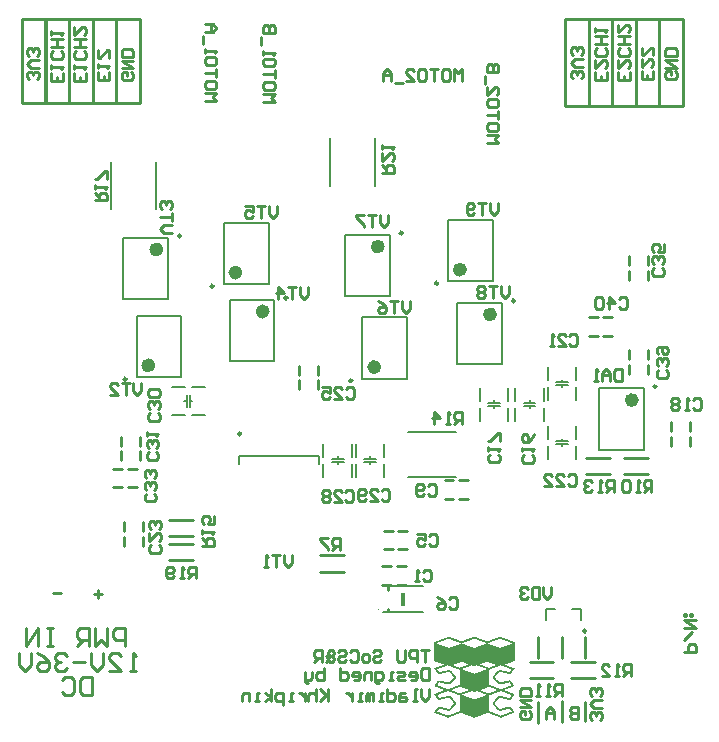
<source format=gbr>
%TF.GenerationSoftware,Altium Limited,Altium Designer,24.7.2 (38)*%
G04 Layer_Color=32896*
%FSLAX45Y45*%
%MOMM*%
%TF.SameCoordinates,0E07C861-06C4-4886-B41C-83883A41DA48*%
%TF.FilePolarity,Positive*%
%TF.FileFunction,Legend,Bot*%
%TF.Part,Single*%
G01*
G75*
%TA.AperFunction,NonConductor*%
%ADD51C,0.25400*%
%ADD68C,0.25000*%
%ADD69C,0.60000*%
%ADD70C,0.20000*%
%ADD72C,0.10000*%
%ADD73C,0.12700*%
G36*
X6802081Y3279442D02*
X6807411D01*
Y3277665D01*
X6812741D01*
Y3275889D01*
X6818071D01*
Y3274112D01*
X6821624D01*
Y3272335D01*
X6826954D01*
Y3270559D01*
X6832284D01*
Y3268782D01*
X6835837D01*
Y3267005D01*
X6841167D01*
Y3265229D01*
X6846497D01*
Y3263452D01*
X6851827D01*
Y3261675D01*
X6855381D01*
Y3259899D01*
X6860711D01*
Y3258122D01*
X6866041D01*
Y3256345D01*
X6869594D01*
Y3254569D01*
X6874924D01*
Y3252792D01*
X6880254D01*
Y3251015D01*
X6885584D01*
Y3249239D01*
X6889137D01*
Y3247462D01*
X6894467D01*
Y3245685D01*
X6899797D01*
Y3243909D01*
X6903350D01*
Y3242132D01*
X6908680D01*
Y3240355D01*
X6914010D01*
Y3238579D01*
X6919340D01*
Y3236802D01*
X6922893D01*
Y3075127D01*
X6919340D01*
Y3073350D01*
X6914010D01*
Y3071574D01*
X6910457D01*
Y3069797D01*
X6905127D01*
Y3068021D01*
X6899797D01*
Y3066244D01*
X6896244D01*
Y3064467D01*
X6890914D01*
Y3062691D01*
X6885584D01*
Y3060914D01*
X6882030D01*
Y3059137D01*
X6876700D01*
Y3057361D01*
X6871371D01*
Y3055584D01*
X6866041D01*
Y3053807D01*
X6862487D01*
Y3052031D01*
X6857157D01*
Y3050254D01*
X6851827D01*
Y3048477D01*
X6848274D01*
Y3046701D01*
X6842944D01*
Y3044924D01*
X6841167D01*
Y3043147D01*
X6846497D01*
Y3041371D01*
X6850051D01*
Y3039594D01*
X6855381D01*
Y3037817D01*
X6860711D01*
Y3036041D01*
X6866041D01*
Y3034264D01*
X6869594D01*
Y3032487D01*
X6874924D01*
Y3030711D01*
X6880254D01*
Y3028934D01*
X6883807D01*
Y3027158D01*
X6889137D01*
Y3025381D01*
X6894467D01*
Y3023604D01*
X6899797D01*
Y3021828D01*
X6903350D01*
Y3020051D01*
X6908680D01*
Y3018274D01*
X6914010D01*
Y3016498D01*
X6917564D01*
Y3014721D01*
X6922893D01*
Y3011168D01*
X6921117D01*
Y3007614D01*
X6919340D01*
Y3005838D01*
X6917564D01*
Y3004061D01*
X6915787D01*
Y3000508D01*
X6914010D01*
Y2998731D01*
X6912234D01*
Y2995178D01*
X6910457D01*
Y2993401D01*
X6908680D01*
Y2991624D01*
X6906904D01*
Y2988071D01*
X6905127D01*
Y2986295D01*
X6903350D01*
Y2982741D01*
X6901574D01*
Y2980965D01*
X6899797D01*
Y2977411D01*
X6898020D01*
Y2975635D01*
X6896244D01*
Y2973858D01*
X6894467D01*
Y2970305D01*
X6892690D01*
Y2968528D01*
X6890914D01*
Y2966751D01*
X6887360D01*
Y2964975D01*
X6876700D01*
Y2966751D01*
X6867817D01*
Y2968528D01*
X6860711D01*
Y2970305D01*
X6853604D01*
Y2972081D01*
X6844721D01*
Y2973858D01*
X6837614D01*
Y2975635D01*
X6830508D01*
Y2977411D01*
X6823401D01*
Y2979188D01*
X6814518D01*
Y2980965D01*
X6807411D01*
Y2982741D01*
X6794974D01*
Y2980965D01*
X6793198D01*
Y2979188D01*
X6789645D01*
Y2975635D01*
X6787868D01*
Y2973858D01*
X6786091D01*
Y2972081D01*
X6784315D01*
Y2970305D01*
X6782538D01*
Y2968528D01*
X6780761D01*
Y2966751D01*
X6778985D01*
Y2964975D01*
X6777208D01*
Y2963198D01*
X6775431D01*
Y2961422D01*
X6773655D01*
Y2959645D01*
X6771878D01*
Y2957868D01*
X6770102D01*
Y2954315D01*
X6768325D01*
Y2952538D01*
X6766548D01*
Y2950762D01*
X6764772D01*
Y2948985D01*
X6762995D01*
Y2947208D01*
X6761218D01*
Y2945431D01*
X6759442D01*
Y2943655D01*
X6757665D01*
Y2940102D01*
X6755888D01*
Y2936548D01*
X6757665D01*
Y2932995D01*
X6759442D01*
Y2931218D01*
X6761218D01*
Y2929442D01*
X6762995D01*
Y2927665D01*
X6764772D01*
Y2925888D01*
X6766548D01*
Y2924112D01*
X6768325D01*
Y2920559D01*
X6770102D01*
Y2918782D01*
X6771878D01*
Y2917005D01*
X6773655D01*
Y2915229D01*
X6775431D01*
Y2913452D01*
X6777208D01*
Y2911675D01*
X6778985D01*
Y2909899D01*
X6780761D01*
Y2908122D01*
X6782538D01*
Y2906345D01*
X6784315D01*
Y2904569D01*
X6786091D01*
Y2902792D01*
X6787868D01*
Y2899239D01*
X6789645D01*
Y2897462D01*
X6793198D01*
Y2895685D01*
X6794974D01*
Y2893909D01*
X6807411D01*
Y2895685D01*
X6816294D01*
Y2897462D01*
X6823401D01*
Y2899239D01*
X6830508D01*
Y2901015D01*
X6837614D01*
Y2902792D01*
X6846497D01*
Y2904569D01*
X6853604D01*
Y2906345D01*
X6860711D01*
Y2908122D01*
X6869594D01*
Y2909899D01*
X6876700D01*
Y2911675D01*
X6887360D01*
Y2909899D01*
X6890914D01*
Y2908122D01*
X6892690D01*
Y2906345D01*
X6894467D01*
Y2902792D01*
X6896244D01*
Y2901015D01*
X6898020D01*
Y2899239D01*
X6899797D01*
Y2895685D01*
X6901574D01*
Y2893909D01*
X6903350D01*
Y2890355D01*
X6905127D01*
Y2888579D01*
X6906904D01*
Y2886802D01*
X6908680D01*
Y2883249D01*
X6910457D01*
Y2881472D01*
X6912234D01*
Y2877919D01*
X6914010D01*
Y2876142D01*
X6915787D01*
Y2872589D01*
X6917564D01*
Y2870812D01*
X6919340D01*
Y2869036D01*
X6921117D01*
Y2865482D01*
X6922893D01*
Y2861929D01*
X6917564D01*
Y2860153D01*
X6912234D01*
Y2858376D01*
X6908680D01*
Y2856599D01*
X6903350D01*
Y2854823D01*
X6898020D01*
Y2853046D01*
X6892690D01*
Y2851269D01*
X6889137D01*
Y2849492D01*
X6883807D01*
Y2847716D01*
X6878477D01*
Y2845939D01*
X6874924D01*
Y2844162D01*
X6869594D01*
Y2842386D01*
X6864264D01*
Y2840609D01*
X6860711D01*
Y2838833D01*
X6855381D01*
Y2837056D01*
X6850051D01*
Y2835279D01*
X6844721D01*
Y2833503D01*
X6841167D01*
Y2831726D01*
X6835837D01*
Y2828173D01*
X6841167D01*
Y2826396D01*
X6844721D01*
Y2824619D01*
X6850051D01*
Y2822843D01*
X6855381D01*
Y2821066D01*
X6858934D01*
Y2819290D01*
X6864264D01*
Y2817513D01*
X6867817D01*
Y2815736D01*
X6873147D01*
Y2813960D01*
X6878477D01*
Y2812183D01*
X6882030D01*
Y2810406D01*
X6887360D01*
Y2808630D01*
X6892690D01*
Y2806853D01*
X6896244D01*
Y2805076D01*
X6901574D01*
Y2803300D01*
X6905127D01*
Y2801523D01*
X6910457D01*
Y2799746D01*
X6915787D01*
Y2797970D01*
X6919340D01*
Y2796193D01*
X6922893D01*
Y2792640D01*
X6921117D01*
Y2790863D01*
X6919340D01*
Y2787310D01*
X6917564D01*
Y2785533D01*
X6915787D01*
Y2781980D01*
X6914010D01*
Y2780203D01*
X6912234D01*
Y2776650D01*
X6910457D01*
Y2774873D01*
X6908680D01*
Y2771320D01*
X6906904D01*
Y2769543D01*
X6905127D01*
Y2765990D01*
X6903350D01*
Y2764213D01*
X6901574D01*
Y2760660D01*
X6899797D01*
Y2758883D01*
X6898020D01*
Y2755330D01*
X6896244D01*
Y2753553D01*
X6894467D01*
Y2751777D01*
X6892690D01*
Y2750000D01*
X6890914D01*
Y2748223D01*
X6889137D01*
Y2746447D01*
X6885584D01*
Y2744670D01*
X6878477D01*
Y2746447D01*
X6871371D01*
Y2748223D01*
X6862487D01*
Y2750000D01*
X6855381D01*
Y2751777D01*
X6848274D01*
Y2753553D01*
X6841167D01*
Y2755330D01*
X6834061D01*
Y2757107D01*
X6826954D01*
Y2758883D01*
X6819848D01*
Y2760660D01*
X6812741D01*
Y2762437D01*
X6803858D01*
Y2764213D01*
X6798528D01*
Y2762437D01*
X6793198D01*
Y2760660D01*
X6791421D01*
Y2758883D01*
X6789645D01*
Y2757107D01*
X6787868D01*
Y2755330D01*
X6786091D01*
Y2753553D01*
X6784315D01*
Y2751777D01*
X6782538D01*
Y2748223D01*
X6780761D01*
Y2746447D01*
X6778985D01*
Y2744670D01*
X6777208D01*
Y2742893D01*
X6775431D01*
Y2741117D01*
X6773655D01*
Y2739340D01*
X6771878D01*
Y2737563D01*
X6770102D01*
Y2735787D01*
X6768325D01*
Y2732234D01*
X6766548D01*
Y2730457D01*
X6764772D01*
Y2728680D01*
X6762995D01*
Y2726904D01*
X6761218D01*
Y2725127D01*
X6759442D01*
Y2723350D01*
X6757665D01*
Y2719797D01*
X6755888D01*
Y2714467D01*
X6757665D01*
Y2712691D01*
X6759442D01*
Y2710914D01*
X6761218D01*
Y2707361D01*
X6762995D01*
Y2705584D01*
X6764772D01*
Y2703807D01*
X6766548D01*
Y2702031D01*
X6768325D01*
Y2700254D01*
X6770102D01*
Y2698477D01*
X6771878D01*
Y2696701D01*
X6773655D01*
Y2694924D01*
X6775431D01*
Y2691371D01*
X6777208D01*
Y2689594D01*
X6778985D01*
Y2687817D01*
X6780761D01*
Y2686041D01*
X6782538D01*
Y2684264D01*
X6784315D01*
Y2682487D01*
X6786091D01*
Y2680711D01*
X6787868D01*
Y2677157D01*
X6789645D01*
Y2675381D01*
X6791421D01*
Y2673604D01*
X6794974D01*
Y2671828D01*
X6809188D01*
Y2673604D01*
X6816294D01*
Y2675381D01*
X6823401D01*
Y2677157D01*
X6830508D01*
Y2678934D01*
X6837614D01*
Y2680711D01*
X6844721D01*
Y2682487D01*
X6851827D01*
Y2684264D01*
X6860711D01*
Y2686041D01*
X6867817D01*
Y2687817D01*
X6874924D01*
Y2689594D01*
X6887360D01*
Y2687817D01*
X6890914D01*
Y2686041D01*
X6892690D01*
Y2684264D01*
X6894467D01*
Y2680711D01*
X6896244D01*
Y2678934D01*
X6898020D01*
Y2675381D01*
X6899797D01*
Y2673604D01*
X6901574D01*
Y2671828D01*
X6903350D01*
Y2668274D01*
X6905127D01*
Y2666498D01*
X6906904D01*
Y2662944D01*
X6908680D01*
Y2661168D01*
X6910457D01*
Y2657614D01*
X6912234D01*
Y2655838D01*
X6914010D01*
Y2652284D01*
X6915787D01*
Y2650508D01*
X6917564D01*
Y2646954D01*
X6919340D01*
Y2645178D01*
X6921117D01*
Y2641624D01*
X6922893D01*
Y2639848D01*
X6921117D01*
Y2638071D01*
X6917564D01*
Y2636294D01*
X6912234D01*
Y2634518D01*
X6908680D01*
Y2632741D01*
X6903350D01*
Y2630965D01*
X6898020D01*
Y2629188D01*
X6894467D01*
Y2627411D01*
X6889137D01*
Y2625635D01*
X6885584D01*
Y2623858D01*
X6880254D01*
Y2622081D01*
X6874924D01*
Y2620305D01*
X6871371D01*
Y2618528D01*
X6866041D01*
Y2616751D01*
X6862487D01*
Y2614975D01*
X6857157D01*
Y2613198D01*
X6851827D01*
Y2611421D01*
X6848274D01*
Y2609645D01*
X6842944D01*
Y2607868D01*
X6839391D01*
Y2606092D01*
X6834061D01*
Y2604315D01*
X6828731D01*
Y2602538D01*
X6825178D01*
Y2600762D01*
X6819848D01*
Y2598985D01*
X6814518D01*
Y2597208D01*
X6810965D01*
Y2595431D01*
X6803858D01*
Y2597208D01*
X6798528D01*
Y2598985D01*
X6794974D01*
Y2600762D01*
X6789645D01*
Y2602538D01*
X6786091D01*
Y2604315D01*
X6780761D01*
Y2606092D01*
X6775431D01*
Y2607868D01*
X6771878D01*
Y2609645D01*
X6766548D01*
Y2611421D01*
X6762995D01*
Y2613198D01*
X6757665D01*
Y2614975D01*
X6752335D01*
Y2616751D01*
X6748782D01*
Y2618528D01*
X6743452D01*
Y2620305D01*
X6739898D01*
Y2622081D01*
X6734568D01*
Y2623858D01*
X6729239D01*
Y2625635D01*
X6725685D01*
Y2627411D01*
X6720355D01*
Y2629188D01*
X6716802D01*
Y2630965D01*
X6711472D01*
Y2632741D01*
X6706142D01*
Y2634518D01*
X6702589D01*
Y2636294D01*
X6695482D01*
Y2634518D01*
X6690152D01*
Y2632741D01*
X6684822D01*
Y2630965D01*
X6679492D01*
Y2629188D01*
X6675939D01*
Y2627411D01*
X6670609D01*
Y2625635D01*
X6665279D01*
Y2623858D01*
X6659949D01*
Y2622081D01*
X6654619D01*
Y2620305D01*
X6651066D01*
Y2618528D01*
X6645736D01*
Y2616751D01*
X6640406D01*
Y2614975D01*
X6635076D01*
Y2613198D01*
X6631523D01*
Y2611421D01*
X6626193D01*
Y2609645D01*
X6620863D01*
Y2607868D01*
X6615533D01*
Y2606092D01*
X6611980D01*
Y2604315D01*
X6606650D01*
Y2602538D01*
X6601320D01*
Y2600762D01*
X6595990D01*
Y2598985D01*
X6590660D01*
Y2597208D01*
X6587106D01*
Y2595431D01*
X6580000D01*
Y2597208D01*
X6574670D01*
Y2598985D01*
X6569340D01*
Y2600762D01*
X6565787D01*
Y2602538D01*
X6560457D01*
Y2604315D01*
X6555127D01*
Y2606092D01*
X6549797D01*
Y2607868D01*
X6546244D01*
Y2609645D01*
X6540914D01*
Y2611421D01*
X6535584D01*
Y2613198D01*
X6532030D01*
Y2614975D01*
X6526700D01*
Y2616751D01*
X6521370D01*
Y2618528D01*
X6517817D01*
Y2620305D01*
X6512487D01*
Y2622081D01*
X6507157D01*
Y2623858D01*
X6503604D01*
Y2625635D01*
X6498274D01*
Y2627411D01*
X6492944D01*
Y2629188D01*
X6489391D01*
Y2630965D01*
X6484061D01*
Y2632741D01*
X6478731D01*
Y2634518D01*
X6473401D01*
Y2636294D01*
X6464518D01*
Y2634518D01*
X6459188D01*
Y2632741D01*
X6455635D01*
Y2630965D01*
X6450305D01*
Y2629188D01*
X6444974D01*
Y2627411D01*
X6441421D01*
Y2625635D01*
X6436091D01*
Y2623858D01*
X6430761D01*
Y2622081D01*
X6427208D01*
Y2620305D01*
X6421878D01*
Y2618528D01*
X6418325D01*
Y2616751D01*
X6412995D01*
Y2614975D01*
X6407665D01*
Y2613198D01*
X6404112D01*
Y2611421D01*
X6398782D01*
Y2609645D01*
X6395228D01*
Y2607868D01*
X6389898D01*
Y2606092D01*
X6384568D01*
Y2604315D01*
X6381015D01*
Y2602538D01*
X6375685D01*
Y2600762D01*
X6370355D01*
Y2598985D01*
X6366802D01*
Y2597208D01*
X6361472D01*
Y2595431D01*
X6354365D01*
Y2597208D01*
X6350812D01*
Y2598985D01*
X6345482D01*
Y2600762D01*
X6340152D01*
Y2602538D01*
X6336599D01*
Y2604315D01*
X6331269D01*
Y2606092D01*
X6327716D01*
Y2607868D01*
X6322386D01*
Y2609645D01*
X6317056D01*
Y2611421D01*
X6313502D01*
Y2613198D01*
X6308173D01*
Y2614975D01*
X6304619D01*
Y2616751D01*
X6299289D01*
Y2618528D01*
X6293959D01*
Y2620305D01*
X6290406D01*
Y2622081D01*
X6285076D01*
Y2623858D01*
X6281523D01*
Y2625635D01*
X6276193D01*
Y2627411D01*
X6270863D01*
Y2629188D01*
X6267310D01*
Y2630965D01*
X6261980D01*
Y2632741D01*
X6258426D01*
Y2634518D01*
X6253096D01*
Y2636294D01*
X6247766D01*
Y2638071D01*
X6244213D01*
Y2639848D01*
X6242436D01*
Y2641624D01*
X6244213D01*
Y2645178D01*
X6245990D01*
Y2646954D01*
X6247766D01*
Y2648731D01*
X6249543D01*
Y2652284D01*
X6251320D01*
Y2654061D01*
X6253096D01*
Y2657614D01*
X6254873D01*
Y2659391D01*
X6256650D01*
Y2662944D01*
X6258426D01*
Y2664721D01*
X6260203D01*
Y2668274D01*
X6261980D01*
Y2670051D01*
X6263756D01*
Y2673604D01*
X6265533D01*
Y2675381D01*
X6267310D01*
Y2678934D01*
X6269086D01*
Y2680711D01*
X6270863D01*
Y2682487D01*
X6272639D01*
Y2686041D01*
X6276193D01*
Y2687817D01*
X6277969D01*
Y2689594D01*
X6290406D01*
Y2687817D01*
X6297513D01*
Y2686041D01*
X6306396D01*
Y2684264D01*
X6313502D01*
Y2682487D01*
X6320609D01*
Y2680711D01*
X6327716D01*
Y2678934D01*
X6334822D01*
Y2677157D01*
X6341929D01*
Y2675381D01*
X6349035D01*
Y2673604D01*
X6357919D01*
Y2671828D01*
X6370355D01*
Y2673604D01*
X6373909D01*
Y2675381D01*
X6375685D01*
Y2677157D01*
X6377462D01*
Y2678934D01*
X6379238D01*
Y2680711D01*
X6381015D01*
Y2684264D01*
X6382792D01*
Y2686041D01*
X6384568D01*
Y2687817D01*
X6386345D01*
Y2689594D01*
X6388122D01*
Y2691371D01*
X6389898D01*
Y2693147D01*
X6391675D01*
Y2694924D01*
X6393452D01*
Y2696701D01*
X6395228D01*
Y2700254D01*
X6397005D01*
Y2702031D01*
X6398782D01*
Y2703807D01*
X6400558D01*
Y2705584D01*
X6402335D01*
Y2707361D01*
X6404112D01*
Y2709137D01*
X6405888D01*
Y2710914D01*
X6407665D01*
Y2714467D01*
X6409442D01*
Y2721574D01*
X6407665D01*
Y2723350D01*
X6405888D01*
Y2725127D01*
X6404112D01*
Y2726904D01*
X6402335D01*
Y2730457D01*
X6400558D01*
Y2732234D01*
X6398782D01*
Y2734010D01*
X6397005D01*
Y2735787D01*
X6395228D01*
Y2737563D01*
X6393452D01*
Y2739340D01*
X6391675D01*
Y2741117D01*
X6389898D01*
Y2742893D01*
X6388122D01*
Y2746447D01*
X6386345D01*
Y2748223D01*
X6384568D01*
Y2750000D01*
X6382792D01*
Y2751777D01*
X6381015D01*
Y2753553D01*
X6379238D01*
Y2755330D01*
X6377462D01*
Y2757107D01*
X6375685D01*
Y2758883D01*
X6373909D01*
Y2760660D01*
X6372132D01*
Y2762437D01*
X6366802D01*
Y2764213D01*
X6361472D01*
Y2762437D01*
X6354365D01*
Y2760660D01*
X6347259D01*
Y2758883D01*
X6338375D01*
Y2757107D01*
X6331269D01*
Y2755330D01*
X6324162D01*
Y2753553D01*
X6317056D01*
Y2751777D01*
X6309949D01*
Y2750000D01*
X6302843D01*
Y2748223D01*
X6293959D01*
Y2746447D01*
X6286853D01*
Y2744670D01*
X6279746D01*
Y2746447D01*
X6276193D01*
Y2748223D01*
X6274416D01*
Y2750000D01*
X6272639D01*
Y2751777D01*
X6270863D01*
Y2753553D01*
X6269086D01*
Y2757107D01*
X6267310D01*
Y2758883D01*
X6265533D01*
Y2762437D01*
X6263756D01*
Y2764213D01*
X6261980D01*
Y2767767D01*
X6260203D01*
Y2769543D01*
X6258426D01*
Y2773097D01*
X6256650D01*
Y2774873D01*
X6254873D01*
Y2776650D01*
X6253096D01*
Y2780203D01*
X6251320D01*
Y2781980D01*
X6249543D01*
Y2785533D01*
X6247766D01*
Y2787310D01*
X6245990D01*
Y2790863D01*
X6244213D01*
Y2792640D01*
X6242436D01*
Y2796193D01*
X6245990D01*
Y2797970D01*
X6249543D01*
Y2799746D01*
X6254873D01*
Y2801523D01*
X6260203D01*
Y2803300D01*
X6263756D01*
Y2805076D01*
X6269086D01*
Y2806853D01*
X6272639D01*
Y2808630D01*
X6277969D01*
Y2810406D01*
X6283299D01*
Y2812183D01*
X6286853D01*
Y2813960D01*
X6292183D01*
Y2815736D01*
X6297513D01*
Y2817513D01*
X6301066D01*
Y2819290D01*
X6306396D01*
Y2821066D01*
X6309949D01*
Y2822843D01*
X6315279D01*
Y2824619D01*
X6320609D01*
Y2826396D01*
X6324162D01*
Y2828173D01*
X6329492D01*
Y2829949D01*
X6327716D01*
Y2831726D01*
X6324162D01*
Y2833503D01*
X6318832D01*
Y2835279D01*
X6313502D01*
Y2837056D01*
X6308173D01*
Y2838833D01*
X6304619D01*
Y2840609D01*
X6299289D01*
Y2842386D01*
X6293959D01*
Y2844162D01*
X6290406D01*
Y2845939D01*
X6285076D01*
Y2847716D01*
X6279746D01*
Y2849492D01*
X6274416D01*
Y2851269D01*
X6270863D01*
Y2853046D01*
X6265533D01*
Y2854823D01*
X6260203D01*
Y2856599D01*
X6256650D01*
Y2858376D01*
X6251320D01*
Y2860153D01*
X6245990D01*
Y2861929D01*
X6242436D01*
Y2865482D01*
X6244213D01*
Y2867259D01*
X6245990D01*
Y2869036D01*
X6247766D01*
Y2872589D01*
X6249543D01*
Y2874366D01*
X6251320D01*
Y2877919D01*
X6253096D01*
Y2879696D01*
X6254873D01*
Y2881472D01*
X6256650D01*
Y2885025D01*
X6258426D01*
Y2886802D01*
X6260203D01*
Y2890355D01*
X6261980D01*
Y2892132D01*
X6263756D01*
Y2893909D01*
X6265533D01*
Y2897462D01*
X6267310D01*
Y2899239D01*
X6269086D01*
Y2902792D01*
X6270863D01*
Y2904569D01*
X6272639D01*
Y2906345D01*
X6274416D01*
Y2908122D01*
X6276193D01*
Y2909899D01*
X6279746D01*
Y2911675D01*
X6286853D01*
Y2909899D01*
X6295736D01*
Y2908122D01*
X6302843D01*
Y2906345D01*
X6309949D01*
Y2904569D01*
X6318832D01*
Y2902792D01*
X6325939D01*
Y2901015D01*
X6333045D01*
Y2899239D01*
X6340152D01*
Y2897462D01*
X6349035D01*
Y2895685D01*
X6356142D01*
Y2893909D01*
X6370355D01*
Y2895685D01*
X6373909D01*
Y2897462D01*
X6375685D01*
Y2899239D01*
X6377462D01*
Y2901015D01*
X6379238D01*
Y2902792D01*
X6381015D01*
Y2904569D01*
X6382792D01*
Y2906345D01*
X6384568D01*
Y2908122D01*
X6386345D01*
Y2909899D01*
X6388122D01*
Y2913452D01*
X6389898D01*
Y2915229D01*
X6391675D01*
Y2917005D01*
X6393452D01*
Y2918782D01*
X6395228D01*
Y2920559D01*
X6397005D01*
Y2922335D01*
X6398782D01*
Y2924112D01*
X6400558D01*
Y2925888D01*
X6402335D01*
Y2927665D01*
X6404112D01*
Y2929442D01*
X6405888D01*
Y2931218D01*
X6407665D01*
Y2934772D01*
X6409442D01*
Y2941878D01*
X6407665D01*
Y2943655D01*
X6405888D01*
Y2945431D01*
X6404112D01*
Y2947208D01*
X6402335D01*
Y2948985D01*
X6400558D01*
Y2950762D01*
X6398782D01*
Y2952538D01*
X6397005D01*
Y2956092D01*
X6395228D01*
Y2957868D01*
X6393452D01*
Y2959645D01*
X6391675D01*
Y2961422D01*
X6389898D01*
Y2963198D01*
X6388122D01*
Y2964975D01*
X6386345D01*
Y2966751D01*
X6384568D01*
Y2968528D01*
X6382792D01*
Y2970305D01*
X6381015D01*
Y2972081D01*
X6379238D01*
Y2973858D01*
X6377462D01*
Y2977411D01*
X6375685D01*
Y2979188D01*
X6372132D01*
Y2980965D01*
X6368579D01*
Y2982741D01*
X6359695D01*
Y2980965D01*
X6352589D01*
Y2979188D01*
X6345482D01*
Y2977411D01*
X6336599D01*
Y2975635D01*
X6329492D01*
Y2973858D01*
X6322386D01*
Y2972081D01*
X6313502D01*
Y2970305D01*
X6306396D01*
Y2968528D01*
X6297513D01*
Y2966751D01*
X6290406D01*
Y2964975D01*
X6277969D01*
Y2966751D01*
X6276193D01*
Y2968528D01*
X6272639D01*
Y2972081D01*
X6270863D01*
Y2973858D01*
X6269086D01*
Y2975635D01*
X6267310D01*
Y2979188D01*
X6265533D01*
Y2980965D01*
X6263756D01*
Y2984518D01*
X6261980D01*
Y2986295D01*
X6260203D01*
Y2988071D01*
X6258426D01*
Y2991624D01*
X6256650D01*
Y2993401D01*
X6254873D01*
Y2996954D01*
X6253096D01*
Y2998731D01*
X6251320D01*
Y3000508D01*
X6249543D01*
Y3004061D01*
X6247766D01*
Y3005838D01*
X6245990D01*
Y3009391D01*
X6244213D01*
Y3011168D01*
X6242436D01*
Y3012944D01*
X6244213D01*
Y3014721D01*
X6247766D01*
Y3016498D01*
X6253096D01*
Y3018274D01*
X6258426D01*
Y3020051D01*
X6261980D01*
Y3021828D01*
X6267310D01*
Y3023604D01*
X6272639D01*
Y3025381D01*
X6277969D01*
Y3027158D01*
X6281523D01*
Y3028934D01*
X6286853D01*
Y3030711D01*
X6292183D01*
Y3032487D01*
X6295736D01*
Y3034264D01*
X6301066D01*
Y3036041D01*
X6306396D01*
Y3037817D01*
X6311726D01*
Y3039594D01*
X6315279D01*
Y3041371D01*
X6320609D01*
Y3043147D01*
X6325939D01*
Y3044924D01*
X6324162D01*
Y3046701D01*
X6318832D01*
Y3048477D01*
X6315279D01*
Y3050254D01*
X6309949D01*
Y3052031D01*
X6304619D01*
Y3053807D01*
X6299289D01*
Y3055584D01*
X6295736D01*
Y3057361D01*
X6290406D01*
Y3059137D01*
X6285076D01*
Y3060914D01*
X6279746D01*
Y3062691D01*
X6274416D01*
Y3064467D01*
X6270863D01*
Y3066244D01*
X6265533D01*
Y3068021D01*
X6260203D01*
Y3069797D01*
X6254873D01*
Y3071574D01*
X6251320D01*
Y3073350D01*
X6245990D01*
Y3075127D01*
X6242436D01*
Y3236802D01*
X6247766D01*
Y3238579D01*
X6251320D01*
Y3240355D01*
X6256650D01*
Y3242132D01*
X6261980D01*
Y3243909D01*
X6265533D01*
Y3245685D01*
X6270863D01*
Y3247462D01*
X6276193D01*
Y3249239D01*
X6281523D01*
Y3251015D01*
X6285076D01*
Y3252792D01*
X6290406D01*
Y3254569D01*
X6295736D01*
Y3256345D01*
X6299289D01*
Y3258122D01*
X6304619D01*
Y3259899D01*
X6309949D01*
Y3261675D01*
X6315279D01*
Y3263452D01*
X6318832D01*
Y3265229D01*
X6324162D01*
Y3267005D01*
X6329492D01*
Y3268782D01*
X6333045D01*
Y3270559D01*
X6338375D01*
Y3272335D01*
X6343705D01*
Y3274112D01*
X6349035D01*
Y3275889D01*
X6352589D01*
Y3277665D01*
X6357919D01*
Y3279442D01*
X6363249D01*
Y3281218D01*
X6370355D01*
Y3279442D01*
X6373909D01*
Y3277665D01*
X6379238D01*
Y3275889D01*
X6384568D01*
Y3274112D01*
X6389898D01*
Y3272335D01*
X6393452D01*
Y3270559D01*
X6398782D01*
Y3268782D01*
X6404112D01*
Y3267005D01*
X6407665D01*
Y3265229D01*
X6412995D01*
Y3263452D01*
X6418325D01*
Y3261675D01*
X6423655D01*
Y3259899D01*
X6427208D01*
Y3258122D01*
X6432538D01*
Y3256345D01*
X6437868D01*
Y3254569D01*
X6443198D01*
Y3252792D01*
X6446751D01*
Y3251015D01*
X6452081D01*
Y3249239D01*
X6457411D01*
Y3247462D01*
X6460964D01*
Y3245685D01*
X6466294D01*
Y3243909D01*
X6471624D01*
Y3242132D01*
X6476954D01*
Y3243909D01*
X6482284D01*
Y3245685D01*
X6487614D01*
Y3247462D01*
X6491167D01*
Y3249239D01*
X6496497D01*
Y3251015D01*
X6501827D01*
Y3252792D01*
X6507157D01*
Y3254569D01*
X6510711D01*
Y3256345D01*
X6516041D01*
Y3258122D01*
X6521370D01*
Y3259899D01*
X6526700D01*
Y3261675D01*
X6530254D01*
Y3263452D01*
X6535584D01*
Y3265229D01*
X6540914D01*
Y3267005D01*
X6544467D01*
Y3268782D01*
X6549797D01*
Y3270559D01*
X6555127D01*
Y3272335D01*
X6560457D01*
Y3274112D01*
X6564010D01*
Y3275889D01*
X6569340D01*
Y3277665D01*
X6574670D01*
Y3279442D01*
X6580000D01*
Y3281218D01*
X6587106D01*
Y3279442D01*
X6590660D01*
Y3277665D01*
X6595990D01*
Y3275889D01*
X6601320D01*
Y3274112D01*
X6606650D01*
Y3272335D01*
X6610203D01*
Y3270559D01*
X6615533D01*
Y3268782D01*
X6620863D01*
Y3267005D01*
X6624416D01*
Y3265229D01*
X6629746D01*
Y3263452D01*
X6635076D01*
Y3261675D01*
X6640406D01*
Y3259899D01*
X6643959D01*
Y3258122D01*
X6649289D01*
Y3256345D01*
X6654619D01*
Y3254569D01*
X6658173D01*
Y3252792D01*
X6663503D01*
Y3251015D01*
X6668832D01*
Y3249239D01*
X6674162D01*
Y3247462D01*
X6677716D01*
Y3245685D01*
X6683046D01*
Y3243909D01*
X6688375D01*
Y3242132D01*
X6693705D01*
Y3243909D01*
X6699035D01*
Y3245685D01*
X6704366D01*
Y3247462D01*
X6707919D01*
Y3249239D01*
X6713249D01*
Y3251015D01*
X6718579D01*
Y3252792D01*
X6723909D01*
Y3254569D01*
X6727462D01*
Y3256345D01*
X6732792D01*
Y3258122D01*
X6738122D01*
Y3259899D01*
X6741675D01*
Y3261675D01*
X6747005D01*
Y3263452D01*
X6752335D01*
Y3265229D01*
X6757665D01*
Y3267005D01*
X6761218D01*
Y3268782D01*
X6766548D01*
Y3270559D01*
X6771878D01*
Y3272335D01*
X6777208D01*
Y3274112D01*
X6780761D01*
Y3275889D01*
X6786091D01*
Y3277665D01*
X6791421D01*
Y3279442D01*
X6794974D01*
Y3281218D01*
X6802081D01*
Y3279442D01*
D02*
G37*
%LPC*%
G36*
X6588883Y3263452D02*
X6578223D01*
Y3261675D01*
X6572893D01*
Y3259899D01*
X6567563D01*
Y3258122D01*
X6562234D01*
Y3256345D01*
X6558680D01*
Y3254569D01*
X6553350D01*
Y3252792D01*
X6548020D01*
Y3251015D01*
X6542690D01*
Y3249239D01*
X6539137D01*
Y3247462D01*
X6533807D01*
Y3245685D01*
X6528477D01*
Y3243909D01*
X6524924D01*
Y3242132D01*
X6519594D01*
Y3240355D01*
X6514264D01*
Y3238579D01*
X6508934D01*
Y3236802D01*
X6505381D01*
Y3235026D01*
X6500051D01*
Y3233249D01*
X6494721D01*
Y3231472D01*
X6489391D01*
Y3229696D01*
X6485837D01*
Y3227919D01*
X6480507D01*
Y3226142D01*
X6476954D01*
Y3224366D01*
X6480507D01*
Y3222589D01*
X6485837D01*
Y3220812D01*
X6489391D01*
Y3219036D01*
X6494721D01*
Y3217259D01*
X6500051D01*
Y3215483D01*
X6505381D01*
Y3213706D01*
X6508934D01*
Y3211929D01*
X6514264D01*
Y3210153D01*
X6519594D01*
Y3208376D01*
X6523147D01*
Y3206599D01*
X6528477D01*
Y3204823D01*
X6533807D01*
Y3203046D01*
X6539137D01*
Y3201269D01*
X6542690D01*
Y3199492D01*
X6548020D01*
Y3197716D01*
X6553350D01*
Y3195939D01*
X6558680D01*
Y3194163D01*
X6562234D01*
Y3192386D01*
X6567563D01*
Y3190609D01*
X6572893D01*
Y3188833D01*
X6578223D01*
Y3187056D01*
X6588883D01*
Y3188833D01*
X6592436D01*
Y3190609D01*
X6597766D01*
Y3192386D01*
X6603096D01*
Y3194163D01*
X6608426D01*
Y3195939D01*
X6611980D01*
Y3197716D01*
X6617310D01*
Y3199492D01*
X6622640D01*
Y3201269D01*
X6626193D01*
Y3203046D01*
X6631523D01*
Y3204823D01*
X6636853D01*
Y3206599D01*
X6642183D01*
Y3208376D01*
X6645736D01*
Y3210153D01*
X6651066D01*
Y3211929D01*
X6656396D01*
Y3213706D01*
X6661726D01*
Y3215483D01*
X6665279D01*
Y3217259D01*
X6670609D01*
Y3219036D01*
X6675939D01*
Y3220812D01*
X6681269D01*
Y3222589D01*
X6684822D01*
Y3224366D01*
X6688375D01*
Y3226142D01*
X6686599D01*
Y3227919D01*
X6681269D01*
Y3229696D01*
X6675939D01*
Y3231472D01*
X6670609D01*
Y3233249D01*
X6667056D01*
Y3235026D01*
X6661726D01*
Y3236802D01*
X6656396D01*
Y3238579D01*
X6651066D01*
Y3240355D01*
X6647513D01*
Y3242132D01*
X6642183D01*
Y3243909D01*
X6636853D01*
Y3245685D01*
X6631523D01*
Y3247462D01*
X6627969D01*
Y3249239D01*
X6622640D01*
Y3251015D01*
X6617310D01*
Y3252792D01*
X6613756D01*
Y3254569D01*
X6608426D01*
Y3256345D01*
X6603096D01*
Y3258122D01*
X6597766D01*
Y3259899D01*
X6594213D01*
Y3261675D01*
X6588883D01*
Y3263452D01*
D02*
G37*
G36*
X6366802Y3265229D02*
X6365025D01*
Y3263452D01*
X6361472D01*
Y3261675D01*
X6356142D01*
Y3259899D01*
X6350812D01*
Y3258122D01*
X6345482D01*
Y3256345D01*
X6341929D01*
Y3254569D01*
X6336599D01*
Y3252792D01*
X6331269D01*
Y3251015D01*
X6325939D01*
Y3249239D01*
X6322386D01*
Y3247462D01*
X6317056D01*
Y3245685D01*
X6311726D01*
Y3243909D01*
X6308173D01*
Y3242132D01*
X6302843D01*
Y3240355D01*
X6297513D01*
Y3238579D01*
X6292183D01*
Y3236802D01*
X6288629D01*
Y3235026D01*
X6283299D01*
Y3233249D01*
X6277969D01*
Y3231472D01*
X6272639D01*
Y3229696D01*
X6269086D01*
Y3227919D01*
X6263756D01*
Y3226142D01*
X6260203D01*
Y3224366D01*
X6263756D01*
Y3222589D01*
X6269086D01*
Y3220812D01*
X6272639D01*
Y3219036D01*
X6277969D01*
Y3217259D01*
X6283299D01*
Y3215483D01*
X6288629D01*
Y3213706D01*
X6292183D01*
Y3211929D01*
X6297513D01*
Y3210153D01*
X6302843D01*
Y3208376D01*
X6308173D01*
Y3206599D01*
X6311726D01*
Y3204823D01*
X6317056D01*
Y3203046D01*
X6322386D01*
Y3201269D01*
X6327716D01*
Y3199492D01*
X6331269D01*
Y3197716D01*
X6336599D01*
Y3195939D01*
X6341929D01*
Y3194163D01*
X6347259D01*
Y3192386D01*
X6350812D01*
Y3190609D01*
X6356142D01*
Y3188833D01*
X6361472D01*
Y3187056D01*
X6372132D01*
Y3188833D01*
X6375685D01*
Y3190609D01*
X6381015D01*
Y3192386D01*
X6386345D01*
Y3194163D01*
X6391675D01*
Y3195939D01*
X6395228D01*
Y3197716D01*
X6400558D01*
Y3199492D01*
X6405888D01*
Y3201269D01*
X6411218D01*
Y3203046D01*
X6414772D01*
Y3204823D01*
X6420101D01*
Y3206599D01*
X6425431D01*
Y3208376D01*
X6428985D01*
Y3210153D01*
X6434315D01*
Y3211929D01*
X6439644D01*
Y3213706D01*
X6444974D01*
Y3215483D01*
X6448528D01*
Y3217259D01*
X6453858D01*
Y3219036D01*
X6459188D01*
Y3220812D01*
X6464518D01*
Y3222589D01*
X6468071D01*
Y3224366D01*
X6471624D01*
Y3226142D01*
X6468071D01*
Y3227919D01*
X6464518D01*
Y3229696D01*
X6459188D01*
Y3231472D01*
X6453858D01*
Y3233249D01*
X6450305D01*
Y3235026D01*
X6444974D01*
Y3236802D01*
X6439644D01*
Y3238579D01*
X6434315D01*
Y3240355D01*
X6430761D01*
Y3242132D01*
X6425431D01*
Y3243909D01*
X6420101D01*
Y3245685D01*
X6414772D01*
Y3247462D01*
X6411218D01*
Y3249239D01*
X6405888D01*
Y3251015D01*
X6400558D01*
Y3252792D01*
X6395228D01*
Y3254569D01*
X6391675D01*
Y3256345D01*
X6386345D01*
Y3258122D01*
X6381015D01*
Y3259899D01*
X6377462D01*
Y3261675D01*
X6372132D01*
Y3263452D01*
X6366802D01*
Y3265229D01*
D02*
G37*
G36*
X6805635Y3263452D02*
X6794974D01*
Y3261675D01*
X6789645D01*
Y3259899D01*
X6784315D01*
Y3258122D01*
X6778985D01*
Y3256345D01*
X6775431D01*
Y3254569D01*
X6770102D01*
Y3252792D01*
X6764772D01*
Y3251015D01*
X6759442D01*
Y3249239D01*
X6755888D01*
Y3247462D01*
X6750558D01*
Y3245685D01*
X6745228D01*
Y3243909D01*
X6741675D01*
Y3242132D01*
X6736345D01*
Y3240355D01*
X6731015D01*
Y3238579D01*
X6725685D01*
Y3236802D01*
X6722132D01*
Y3235026D01*
X6716802D01*
Y3233249D01*
X6711472D01*
Y3231472D01*
X6706142D01*
Y3229696D01*
X6702589D01*
Y3227919D01*
X6697259D01*
Y3226142D01*
X6693705D01*
Y3224366D01*
X6697259D01*
Y3222589D01*
X6700812D01*
Y3220812D01*
X6706142D01*
Y3219036D01*
X6711472D01*
Y3217259D01*
X6716802D01*
Y3215483D01*
X6720355D01*
Y3213706D01*
X6725685D01*
Y3211929D01*
X6731015D01*
Y3210153D01*
X6734568D01*
Y3208376D01*
X6739898D01*
Y3206599D01*
X6745228D01*
Y3204823D01*
X6750558D01*
Y3203046D01*
X6754112D01*
Y3201269D01*
X6759442D01*
Y3199492D01*
X6764772D01*
Y3197716D01*
X6770102D01*
Y3195939D01*
X6773655D01*
Y3194163D01*
X6778985D01*
Y3192386D01*
X6784315D01*
Y3190609D01*
X6787868D01*
Y3188833D01*
X6793198D01*
Y3187056D01*
X6798528D01*
Y3185279D01*
X6800305D01*
Y3187056D01*
X6805635D01*
Y3188833D01*
X6810965D01*
Y3190609D01*
X6814518D01*
Y3192386D01*
X6819848D01*
Y3194163D01*
X6825178D01*
Y3195939D01*
X6828731D01*
Y3197716D01*
X6834061D01*
Y3199492D01*
X6839391D01*
Y3201269D01*
X6844721D01*
Y3203046D01*
X6848274D01*
Y3204823D01*
X6853604D01*
Y3206599D01*
X6858934D01*
Y3208376D01*
X6864264D01*
Y3210153D01*
X6867817D01*
Y3211929D01*
X6873147D01*
Y3213706D01*
X6878477D01*
Y3215483D01*
X6883807D01*
Y3217259D01*
X6887360D01*
Y3219036D01*
X6892690D01*
Y3220812D01*
X6898020D01*
Y3222589D01*
X6901574D01*
Y3224366D01*
X6906904D01*
Y3226142D01*
X6903350D01*
Y3227919D01*
X6898020D01*
Y3229696D01*
X6892690D01*
Y3231472D01*
X6887360D01*
Y3233249D01*
X6883807D01*
Y3235026D01*
X6878477D01*
Y3236802D01*
X6873147D01*
Y3238579D01*
X6867817D01*
Y3240355D01*
X6864264D01*
Y3242132D01*
X6858934D01*
Y3243909D01*
X6853604D01*
Y3245685D01*
X6848274D01*
Y3247462D01*
X6844721D01*
Y3249239D01*
X6839391D01*
Y3251015D01*
X6834061D01*
Y3252792D01*
X6830508D01*
Y3254569D01*
X6825178D01*
Y3256345D01*
X6819848D01*
Y3258122D01*
X6814518D01*
Y3259899D01*
X6810965D01*
Y3261675D01*
X6805635D01*
Y3263452D01*
D02*
G37*
G36*
X6608426Y3037817D02*
X6599543D01*
Y3036041D01*
X6594213D01*
Y3034264D01*
X6588883D01*
Y3032487D01*
X6583553D01*
Y3030711D01*
X6580000D01*
Y3032487D01*
X6574670D01*
Y3034264D01*
X6569340D01*
Y3036041D01*
X6565787D01*
Y3037817D01*
X6555127D01*
Y3036041D01*
X6551574D01*
Y3034264D01*
X6546244D01*
Y3032487D01*
X6540914D01*
Y3030711D01*
X6535584D01*
Y3028934D01*
X6532030D01*
Y3027158D01*
X6526700D01*
Y3025381D01*
X6521370D01*
Y3023604D01*
X6517817D01*
Y3021828D01*
X6512487D01*
Y3020051D01*
X6507157D01*
Y3018274D01*
X6503604D01*
Y3016498D01*
X6498274D01*
Y3014721D01*
X6492944D01*
Y3012944D01*
X6487614D01*
Y3011168D01*
X6484061D01*
Y3009391D01*
X6478731D01*
Y3007614D01*
X6476954D01*
Y3005838D01*
X6482284D01*
Y3004061D01*
X6487614D01*
Y3002284D01*
X6491167D01*
Y3000508D01*
X6496497D01*
Y2998731D01*
X6501827D01*
Y2996954D01*
X6505381D01*
Y2995178D01*
X6510711D01*
Y2993401D01*
X6516041D01*
Y2991624D01*
X6521370D01*
Y2989848D01*
X6524924D01*
Y2988071D01*
X6530254D01*
Y2986295D01*
X6535584D01*
Y2984518D01*
X6540914D01*
Y2982741D01*
X6544467D01*
Y2980965D01*
X6549797D01*
Y2979188D01*
X6555127D01*
Y2977411D01*
X6560457D01*
Y2975635D01*
X6564010D01*
Y2973858D01*
X6569340D01*
Y2972081D01*
X6574670D01*
Y2970305D01*
X6580000D01*
Y2968528D01*
X6587106D01*
Y2970305D01*
X6592436D01*
Y2972081D01*
X6595990D01*
Y2973858D01*
X6601320D01*
Y2975635D01*
X6606650D01*
Y2977411D01*
X6610203D01*
Y2979188D01*
X6615533D01*
Y2980965D01*
X6620863D01*
Y2982741D01*
X6624416D01*
Y2984518D01*
X6629746D01*
Y2986295D01*
X6635076D01*
Y2988071D01*
X6640406D01*
Y2989848D01*
X6643959D01*
Y2991624D01*
X6649289D01*
Y2993401D01*
X6654619D01*
Y2995178D01*
X6658173D01*
Y2996954D01*
X6663503D01*
Y2998731D01*
X6668832D01*
Y3000508D01*
X6674162D01*
Y3002284D01*
X6677716D01*
Y3004061D01*
X6683046D01*
Y3005838D01*
X6688375D01*
Y3007614D01*
X6686599D01*
Y3009391D01*
X6683046D01*
Y3011168D01*
X6677716D01*
Y3012944D01*
X6672386D01*
Y3014721D01*
X6667056D01*
Y3016498D01*
X6663503D01*
Y3018274D01*
X6658173D01*
Y3020051D01*
X6652843D01*
Y3021828D01*
X6647513D01*
Y3023604D01*
X6643959D01*
Y3025381D01*
X6638629D01*
Y3027158D01*
X6633299D01*
Y3028934D01*
X6627969D01*
Y3030711D01*
X6622640D01*
Y3032487D01*
X6619086D01*
Y3034264D01*
X6613756D01*
Y3036041D01*
X6608426D01*
Y3037817D01*
D02*
G37*
G36*
X6476954Y3069797D02*
X6471624D01*
Y3068021D01*
X6466294D01*
Y3066244D01*
X6462741D01*
Y3064467D01*
X6457411D01*
Y3062691D01*
X6452081D01*
Y3060914D01*
X6446751D01*
Y3059137D01*
X6441421D01*
Y3057361D01*
X6437868D01*
Y3055584D01*
X6432538D01*
Y3053807D01*
X6427208D01*
Y3052031D01*
X6421878D01*
Y3050254D01*
X6418325D01*
Y3048477D01*
X6412995D01*
Y3046701D01*
X6407665D01*
Y3044924D01*
X6402335D01*
Y3043147D01*
X6398782D01*
Y3041371D01*
X6400558D01*
Y3039594D01*
X6405888D01*
Y3037817D01*
X6411218D01*
Y3036041D01*
X6416548D01*
Y3034264D01*
X6420101D01*
Y3032487D01*
X6425431D01*
Y3030711D01*
X6430761D01*
Y3028934D01*
X6434315D01*
Y3027158D01*
X6439644D01*
Y3025381D01*
X6444974D01*
Y3023604D01*
X6450305D01*
Y3021828D01*
X6453858D01*
Y3020051D01*
X6464518D01*
Y3021828D01*
X6469848D01*
Y3023604D01*
X6473401D01*
Y3025381D01*
X6478731D01*
Y3027158D01*
X6484061D01*
Y3028934D01*
X6489391D01*
Y3030711D01*
X6492944D01*
Y3032487D01*
X6498274D01*
Y3034264D01*
X6503604D01*
Y3036041D01*
X6508934D01*
Y3037817D01*
X6512487D01*
Y3039594D01*
X6517817D01*
Y3041371D01*
X6523147D01*
Y3043147D01*
X6528477D01*
Y3044924D01*
X6532030D01*
Y3046701D01*
X6535584D01*
Y3048477D01*
X6532030D01*
Y3050254D01*
X6526700D01*
Y3052031D01*
X6521370D01*
Y3053807D01*
X6516041D01*
Y3055584D01*
X6512487D01*
Y3057361D01*
X6507157D01*
Y3059137D01*
X6501827D01*
Y3060914D01*
X6496497D01*
Y3062691D01*
X6492944D01*
Y3064467D01*
X6487614D01*
Y3066244D01*
X6482284D01*
Y3068021D01*
X6476954D01*
Y3069797D01*
D02*
G37*
G36*
X6695482Y3068021D02*
X6686599D01*
Y3066244D01*
X6681269D01*
Y3064467D01*
X6675939D01*
Y3062691D01*
X6672386D01*
Y3060914D01*
X6667056D01*
Y3059137D01*
X6661726D01*
Y3057361D01*
X6656396D01*
Y3055584D01*
X6651066D01*
Y3053807D01*
X6647513D01*
Y3052031D01*
X6642183D01*
Y3050254D01*
X6636853D01*
Y3048477D01*
X6631523D01*
Y3046701D01*
X6629746D01*
Y3044924D01*
X6633299D01*
Y3043147D01*
X6638629D01*
Y3041371D01*
X6643959D01*
Y3039594D01*
X6649289D01*
Y3037817D01*
X6652843D01*
Y3036041D01*
X6658173D01*
Y3034264D01*
X6663503D01*
Y3032487D01*
X6668832D01*
Y3030711D01*
X6672386D01*
Y3028934D01*
X6677716D01*
Y3027158D01*
X6683046D01*
Y3025381D01*
X6688375D01*
Y3023604D01*
X6691929D01*
Y3021828D01*
X6697259D01*
Y3020051D01*
X6702589D01*
Y3018274D01*
X6706142D01*
Y3020051D01*
X6711472D01*
Y3021828D01*
X6716802D01*
Y3023604D01*
X6720355D01*
Y3025381D01*
X6725685D01*
Y3027158D01*
X6731015D01*
Y3028934D01*
X6736345D01*
Y3030711D01*
X6739898D01*
Y3032487D01*
X6745228D01*
Y3034264D01*
X6750558D01*
Y3036041D01*
X6754112D01*
Y3037817D01*
X6759442D01*
Y3039594D01*
X6764772D01*
Y3041371D01*
X6762995D01*
Y3043147D01*
X6759442D01*
Y3044924D01*
X6754112D01*
Y3046701D01*
X6748782D01*
Y3048477D01*
X6743452D01*
Y3050254D01*
X6738122D01*
Y3052031D01*
X6734568D01*
Y3053807D01*
X6729239D01*
Y3055584D01*
X6723909D01*
Y3057361D01*
X6718579D01*
Y3059137D01*
X6715025D01*
Y3060914D01*
X6709695D01*
Y3062691D01*
X6704366D01*
Y3064467D01*
X6699035D01*
Y3066244D01*
X6695482D01*
Y3068021D01*
D02*
G37*
G36*
X6810965Y3037817D02*
X6803858D01*
Y3036041D01*
X6798528D01*
Y3034264D01*
X6793198D01*
Y3032487D01*
X6787868D01*
Y3030711D01*
X6784315D01*
Y3028934D01*
X6778985D01*
Y3027158D01*
X6773655D01*
Y3025381D01*
X6768325D01*
Y3023604D01*
X6764772D01*
Y3021828D01*
X6759442D01*
Y3020051D01*
X6754112D01*
Y3018274D01*
X6748782D01*
Y3016498D01*
X6745228D01*
Y3014721D01*
X6739898D01*
Y3012944D01*
X6734568D01*
Y3011168D01*
X6731015D01*
Y3009391D01*
X6725685D01*
Y3007614D01*
X6720355D01*
Y3005838D01*
X6715025D01*
Y3004061D01*
X6711472D01*
Y3002284D01*
X6707919D01*
Y2874366D01*
X6709695D01*
Y2872589D01*
X6715025D01*
Y2870812D01*
X6720355D01*
Y2869036D01*
X6723909D01*
Y2867259D01*
X6729239D01*
Y2865482D01*
X6734568D01*
Y2863706D01*
X6738122D01*
Y2861929D01*
X6743452D01*
Y2860153D01*
X6748782D01*
Y2858376D01*
X6754112D01*
Y2856599D01*
X6757665D01*
Y2854823D01*
X6762995D01*
Y2853046D01*
X6768325D01*
Y2851269D01*
X6771878D01*
Y2849492D01*
X6777208D01*
Y2847716D01*
X6782538D01*
Y2845939D01*
X6787868D01*
Y2844162D01*
X6791421D01*
Y2842386D01*
X6796751D01*
Y2840609D01*
X6802081D01*
Y2838833D01*
X6812741D01*
Y2840609D01*
X6818071D01*
Y2842386D01*
X6823401D01*
Y2844162D01*
X6826954D01*
Y2845939D01*
X6832284D01*
Y2847716D01*
X6837614D01*
Y2849492D01*
X6842944D01*
Y2851269D01*
X6846497D01*
Y2853046D01*
X6851827D01*
Y2854823D01*
X6857157D01*
Y2856599D01*
X6860711D01*
Y2858376D01*
X6866041D01*
Y2860153D01*
X6871371D01*
Y2861929D01*
X6874924D01*
Y2863706D01*
X6880254D01*
Y2865482D01*
X6885584D01*
Y2867259D01*
X6890914D01*
Y2869036D01*
X6894467D01*
Y2870812D01*
X6898020D01*
Y2872589D01*
X6896244D01*
Y2874366D01*
X6894467D01*
Y2877919D01*
X6892690D01*
Y2879696D01*
X6890914D01*
Y2883249D01*
X6889137D01*
Y2885025D01*
X6887360D01*
Y2886802D01*
X6885584D01*
Y2890355D01*
X6883807D01*
Y2892132D01*
X6882030D01*
Y2893909D01*
X6873147D01*
Y2892132D01*
X6864264D01*
Y2890355D01*
X6857157D01*
Y2888579D01*
X6850051D01*
Y2886802D01*
X6842944D01*
Y2885025D01*
X6834061D01*
Y2883249D01*
X6826954D01*
Y2881472D01*
X6819848D01*
Y2879696D01*
X6810965D01*
Y2877919D01*
X6791421D01*
Y2879696D01*
X6787868D01*
Y2881472D01*
X6784315D01*
Y2883249D01*
X6782538D01*
Y2885025D01*
X6778985D01*
Y2886802D01*
X6777208D01*
Y2888579D01*
X6775431D01*
Y2892132D01*
X6773655D01*
Y2893909D01*
X6771878D01*
Y2895685D01*
X6770102D01*
Y2897462D01*
X6768325D01*
Y2899239D01*
X6766548D01*
Y2901015D01*
X6764772D01*
Y2902792D01*
X6762995D01*
Y2904569D01*
X6761218D01*
Y2906345D01*
X6759442D01*
Y2908122D01*
X6757665D01*
Y2909899D01*
X6755888D01*
Y2911675D01*
X6754112D01*
Y2915229D01*
X6752335D01*
Y2917005D01*
X6750558D01*
Y2918782D01*
X6748782D01*
Y2920559D01*
X6747005D01*
Y2922335D01*
X6745228D01*
Y2924112D01*
X6743452D01*
Y2927665D01*
X6741675D01*
Y2931218D01*
X6739898D01*
Y2943655D01*
X6741675D01*
Y2948985D01*
X6743452D01*
Y2952538D01*
X6745228D01*
Y2954315D01*
X6747005D01*
Y2956092D01*
X6748782D01*
Y2957868D01*
X6750558D01*
Y2959645D01*
X6752335D01*
Y2961422D01*
X6754112D01*
Y2963198D01*
X6755888D01*
Y2964975D01*
X6757665D01*
Y2966751D01*
X6759442D01*
Y2970305D01*
X6761218D01*
Y2972081D01*
X6762995D01*
Y2973858D01*
X6764772D01*
Y2975635D01*
X6766548D01*
Y2977411D01*
X6768325D01*
Y2979188D01*
X6770102D01*
Y2980965D01*
X6771878D01*
Y2982741D01*
X6773655D01*
Y2984518D01*
X6775431D01*
Y2986295D01*
X6777208D01*
Y2988071D01*
X6778985D01*
Y2989848D01*
X6780761D01*
Y2991624D01*
X6782538D01*
Y2993401D01*
X6784315D01*
Y2995178D01*
X6787868D01*
Y2996954D01*
X6793198D01*
Y2998731D01*
X6809188D01*
Y2996954D01*
X6818071D01*
Y2995178D01*
X6825178D01*
Y2993401D01*
X6832284D01*
Y2991624D01*
X6839391D01*
Y2989848D01*
X6848274D01*
Y2988071D01*
X6855381D01*
Y2986295D01*
X6862487D01*
Y2984518D01*
X6871371D01*
Y2982741D01*
X6878477D01*
Y2980965D01*
X6882030D01*
Y2984518D01*
X6883807D01*
Y2986295D01*
X6885584D01*
Y2988071D01*
X6887360D01*
Y2991624D01*
X6889137D01*
Y2993401D01*
X6890914D01*
Y2996954D01*
X6892690D01*
Y2998731D01*
X6894467D01*
Y3000508D01*
X6896244D01*
Y3004061D01*
X6898020D01*
Y3005838D01*
X6894467D01*
Y3007614D01*
X6889137D01*
Y3009391D01*
X6883807D01*
Y3011168D01*
X6880254D01*
Y3012944D01*
X6874924D01*
Y3014721D01*
X6869594D01*
Y3016498D01*
X6864264D01*
Y3018274D01*
X6860711D01*
Y3020051D01*
X6855381D01*
Y3021828D01*
X6850051D01*
Y3023604D01*
X6846497D01*
Y3025381D01*
X6841167D01*
Y3027158D01*
X6835837D01*
Y3028934D01*
X6830508D01*
Y3030711D01*
X6826954D01*
Y3032487D01*
X6821624D01*
Y3034264D01*
X6816294D01*
Y3036041D01*
X6810965D01*
Y3037817D01*
D02*
G37*
G36*
X6361472D02*
X6354365D01*
Y3036041D01*
X6349035D01*
Y3034264D01*
X6343705D01*
Y3032487D01*
X6338375D01*
Y3030711D01*
X6334822D01*
Y3028934D01*
X6329492D01*
Y3027158D01*
X6324162D01*
Y3025381D01*
X6320609D01*
Y3023604D01*
X6315279D01*
Y3021828D01*
X6309949D01*
Y3020051D01*
X6304619D01*
Y3018274D01*
X6301066D01*
Y3016498D01*
X6295736D01*
Y3014721D01*
X6290406D01*
Y3012944D01*
X6286853D01*
Y3011168D01*
X6281523D01*
Y3009391D01*
X6276193D01*
Y3007614D01*
X6270863D01*
Y3005838D01*
X6269086D01*
Y3002284D01*
X6270863D01*
Y3000508D01*
X6272639D01*
Y2996954D01*
X6274416D01*
Y2995178D01*
X6276193D01*
Y2991624D01*
X6277969D01*
Y2989848D01*
X6279746D01*
Y2988071D01*
X6281523D01*
Y2984518D01*
X6283299D01*
Y2982741D01*
X6285076D01*
Y2980965D01*
X6286853D01*
Y2982741D01*
X6293959D01*
Y2984518D01*
X6302843D01*
Y2986295D01*
X6309949D01*
Y2988071D01*
X6317056D01*
Y2989848D01*
X6325939D01*
Y2991624D01*
X6333045D01*
Y2993401D01*
X6340152D01*
Y2995178D01*
X6347259D01*
Y2996954D01*
X6356142D01*
Y2998731D01*
X6373909D01*
Y2996954D01*
X6377462D01*
Y2995178D01*
X6381015D01*
Y2993401D01*
X6384568D01*
Y2991624D01*
X6386345D01*
Y2989848D01*
X6388122D01*
Y2988071D01*
X6389898D01*
Y2986295D01*
X6391675D01*
Y2984518D01*
X6393452D01*
Y2982741D01*
X6395228D01*
Y2979188D01*
X6397005D01*
Y2977411D01*
X6398782D01*
Y2975635D01*
X6400558D01*
Y2973858D01*
X6402335D01*
Y2972081D01*
X6404112D01*
Y2970305D01*
X6405888D01*
Y2968528D01*
X6407665D01*
Y2966751D01*
X6409442D01*
Y2964975D01*
X6411218D01*
Y2963198D01*
X6412995D01*
Y2961422D01*
X6414772D01*
Y2957868D01*
X6416548D01*
Y2956092D01*
X6418325D01*
Y2954315D01*
X6420101D01*
Y2952538D01*
X6421878D01*
Y2950762D01*
X6423655D01*
Y2945431D01*
X6425431D01*
Y2931218D01*
X6423655D01*
Y2925888D01*
X6421878D01*
Y2924112D01*
X6420101D01*
Y2922335D01*
X6418325D01*
Y2920559D01*
X6416548D01*
Y2918782D01*
X6414772D01*
Y2915229D01*
X6412995D01*
Y2913452D01*
X6411218D01*
Y2911675D01*
X6409442D01*
Y2909899D01*
X6407665D01*
Y2908122D01*
X6405888D01*
Y2906345D01*
X6404112D01*
Y2904569D01*
X6402335D01*
Y2902792D01*
X6400558D01*
Y2901015D01*
X6398782D01*
Y2899239D01*
X6397005D01*
Y2897462D01*
X6395228D01*
Y2895685D01*
X6393452D01*
Y2892132D01*
X6391675D01*
Y2890355D01*
X6389898D01*
Y2888579D01*
X6388122D01*
Y2886802D01*
X6386345D01*
Y2885025D01*
X6384568D01*
Y2883249D01*
X6381015D01*
Y2881472D01*
X6377462D01*
Y2879696D01*
X6373909D01*
Y2877919D01*
X6354365D01*
Y2879696D01*
X6347259D01*
Y2881472D01*
X6340152D01*
Y2883249D01*
X6331269D01*
Y2885025D01*
X6324162D01*
Y2886802D01*
X6317056D01*
Y2888579D01*
X6308173D01*
Y2890355D01*
X6301066D01*
Y2892132D01*
X6293959D01*
Y2893909D01*
X6286853D01*
Y2895685D01*
X6285076D01*
Y2893909D01*
X6283299D01*
Y2892132D01*
X6281523D01*
Y2888579D01*
X6279746D01*
Y2886802D01*
X6277969D01*
Y2885025D01*
X6276193D01*
Y2881472D01*
X6274416D01*
Y2879696D01*
X6272639D01*
Y2876142D01*
X6270863D01*
Y2874366D01*
X6269086D01*
Y2870812D01*
X6270863D01*
Y2869036D01*
X6276193D01*
Y2867259D01*
X6279746D01*
Y2865482D01*
X6285076D01*
Y2863706D01*
X6290406D01*
Y2861929D01*
X6295736D01*
Y2860153D01*
X6299289D01*
Y2858376D01*
X6304619D01*
Y2856599D01*
X6309949D01*
Y2854823D01*
X6313502D01*
Y2853046D01*
X6318832D01*
Y2851269D01*
X6324162D01*
Y2849492D01*
X6329492D01*
Y2847716D01*
X6333045D01*
Y2845939D01*
X6338375D01*
Y2844162D01*
X6343705D01*
Y2842386D01*
X6347259D01*
Y2840609D01*
X6352589D01*
Y2838833D01*
X6365025D01*
Y2840609D01*
X6368579D01*
Y2842386D01*
X6373909D01*
Y2844162D01*
X6379238D01*
Y2845939D01*
X6384568D01*
Y2847716D01*
X6388122D01*
Y2849492D01*
X6393452D01*
Y2851269D01*
X6398782D01*
Y2853046D01*
X6402335D01*
Y2854823D01*
X6407665D01*
Y2856599D01*
X6412995D01*
Y2858376D01*
X6416548D01*
Y2860153D01*
X6421878D01*
Y2861929D01*
X6427208D01*
Y2863706D01*
X6432538D01*
Y2865482D01*
X6436091D01*
Y2867259D01*
X6441421D01*
Y2869036D01*
X6446751D01*
Y2870812D01*
X6450305D01*
Y2872589D01*
X6455635D01*
Y2874366D01*
X6459188D01*
Y2952538D01*
X6457411D01*
Y3002284D01*
X6453858D01*
Y3004061D01*
X6450305D01*
Y3005838D01*
X6444974D01*
Y3007614D01*
X6439644D01*
Y3009391D01*
X6436091D01*
Y3011168D01*
X6430761D01*
Y3012944D01*
X6425431D01*
Y3014721D01*
X6420101D01*
Y3016498D01*
X6416548D01*
Y3018274D01*
X6411218D01*
Y3020051D01*
X6405888D01*
Y3021828D01*
X6402335D01*
Y3023604D01*
X6397005D01*
Y3025381D01*
X6391675D01*
Y3027158D01*
X6386345D01*
Y3028934D01*
X6382792D01*
Y3030711D01*
X6377462D01*
Y3032487D01*
X6372132D01*
Y3034264D01*
X6366802D01*
Y3036041D01*
X6361472D01*
Y3037817D01*
D02*
G37*
G36*
X6606650Y2821066D02*
X6603096D01*
Y2819290D01*
X6597766D01*
Y2817513D01*
X6592436D01*
Y2815736D01*
X6588883D01*
Y2813960D01*
X6583553D01*
Y2812183D01*
X6581777D01*
Y2813960D01*
X6576447D01*
Y2815736D01*
X6571117D01*
Y2817513D01*
X6567563D01*
Y2819290D01*
X6562234D01*
Y2821066D01*
X6558680D01*
Y2819290D01*
X6553350D01*
Y2817513D01*
X6549797D01*
Y2815736D01*
X6544467D01*
Y2813960D01*
X6539137D01*
Y2812183D01*
X6533807D01*
Y2810406D01*
X6530254D01*
Y2808630D01*
X6524924D01*
Y2806853D01*
X6519594D01*
Y2805076D01*
X6516041D01*
Y2803300D01*
X6510711D01*
Y2801523D01*
X6505381D01*
Y2799746D01*
X6500051D01*
Y2797970D01*
X6496497D01*
Y2796193D01*
X6491167D01*
Y2794416D01*
X6485837D01*
Y2792640D01*
X6482284D01*
Y2790863D01*
X6476954D01*
Y2789086D01*
X6478731D01*
Y2787310D01*
X6484061D01*
Y2785533D01*
X6487614D01*
Y2783756D01*
X6492944D01*
Y2781980D01*
X6498274D01*
Y2780203D01*
X6503604D01*
Y2778426D01*
X6507157D01*
Y2776650D01*
X6512487D01*
Y2774873D01*
X6517817D01*
Y2773097D01*
X6523147D01*
Y2771320D01*
X6526700D01*
Y2769543D01*
X6532030D01*
Y2767767D01*
X6537360D01*
Y2765990D01*
X6542690D01*
Y2764213D01*
X6546244D01*
Y2762437D01*
X6551574D01*
Y2760660D01*
X6556904D01*
Y2758883D01*
X6560457D01*
Y2757107D01*
X6565787D01*
Y2755330D01*
X6571117D01*
Y2753553D01*
X6576447D01*
Y2751777D01*
X6580000D01*
Y2750000D01*
X6585330D01*
Y2751777D01*
X6590660D01*
Y2753553D01*
X6594213D01*
Y2755330D01*
X6599543D01*
Y2757107D01*
X6604873D01*
Y2758883D01*
X6608426D01*
Y2760660D01*
X6613756D01*
Y2762437D01*
X6619086D01*
Y2764213D01*
X6624416D01*
Y2765990D01*
X6627969D01*
Y2767767D01*
X6633299D01*
Y2769543D01*
X6638629D01*
Y2771320D01*
X6642183D01*
Y2773097D01*
X6647513D01*
Y2774873D01*
X6652843D01*
Y2776650D01*
X6658173D01*
Y2778426D01*
X6661726D01*
Y2780203D01*
X6667056D01*
Y2781980D01*
X6672386D01*
Y2783756D01*
X6675939D01*
Y2785533D01*
X6681269D01*
Y2787310D01*
X6686599D01*
Y2789086D01*
X6688375D01*
Y2790863D01*
X6684822D01*
Y2792640D01*
X6679492D01*
Y2794416D01*
X6674162D01*
Y2796193D01*
X6670609D01*
Y2797970D01*
X6665279D01*
Y2799746D01*
X6659949D01*
Y2801523D01*
X6654619D01*
Y2803300D01*
X6651066D01*
Y2805076D01*
X6645736D01*
Y2806853D01*
X6640406D01*
Y2808630D01*
X6635076D01*
Y2810406D01*
X6631523D01*
Y2812183D01*
X6626193D01*
Y2813960D01*
X6620863D01*
Y2815736D01*
X6617310D01*
Y2817513D01*
X6611980D01*
Y2819290D01*
X6606650D01*
Y2821066D01*
D02*
G37*
G36*
X6711472Y2856599D02*
X6702589D01*
Y2854823D01*
X6697259D01*
Y2853046D01*
X6693705D01*
Y2851269D01*
X6688375D01*
Y2849492D01*
X6683046D01*
Y2847716D01*
X6677716D01*
Y2845939D01*
X6672386D01*
Y2844162D01*
X6668832D01*
Y2842386D01*
X6663503D01*
Y2840609D01*
X6658173D01*
Y2838833D01*
X6652843D01*
Y2837056D01*
X6649289D01*
Y2835279D01*
X6643959D01*
Y2833503D01*
X6638629D01*
Y2831726D01*
X6633299D01*
Y2829949D01*
X6629746D01*
Y2828173D01*
X6631523D01*
Y2826396D01*
X6636853D01*
Y2824619D01*
X6642183D01*
Y2822843D01*
X6647513D01*
Y2821066D01*
X6651066D01*
Y2819290D01*
X6656396D01*
Y2817513D01*
X6661726D01*
Y2815736D01*
X6667056D01*
Y2813960D01*
X6670609D01*
Y2812183D01*
X6675939D01*
Y2810406D01*
X6681269D01*
Y2808630D01*
X6686599D01*
Y2806853D01*
X6690152D01*
Y2805076D01*
X6695482D01*
Y2803300D01*
X6700812D01*
Y2801523D01*
X6707919D01*
Y2803300D01*
X6713249D01*
Y2805076D01*
X6718579D01*
Y2806853D01*
X6722132D01*
Y2808630D01*
X6727462D01*
Y2810406D01*
X6732792D01*
Y2812183D01*
X6736345D01*
Y2813960D01*
X6741675D01*
Y2815736D01*
X6745228D01*
Y2817513D01*
X6750558D01*
Y2819290D01*
X6755888D01*
Y2821066D01*
X6759442D01*
Y2822843D01*
X6764772D01*
Y2824619D01*
X6770102D01*
Y2826396D01*
X6773655D01*
Y2828173D01*
X6778985D01*
Y2831726D01*
X6773655D01*
Y2833503D01*
X6768325D01*
Y2835279D01*
X6764772D01*
Y2837056D01*
X6759442D01*
Y2838833D01*
X6754112D01*
Y2840609D01*
X6750558D01*
Y2842386D01*
X6745228D01*
Y2844162D01*
X6739898D01*
Y2845939D01*
X6734568D01*
Y2847716D01*
X6731015D01*
Y2849492D01*
X6725685D01*
Y2851269D01*
X6720355D01*
Y2853046D01*
X6716802D01*
Y2854823D01*
X6711472D01*
Y2856599D01*
D02*
G37*
G36*
X6466294D02*
X6455635D01*
Y2854823D01*
X6452081D01*
Y2853046D01*
X6446751D01*
Y2851269D01*
X6441421D01*
Y2849492D01*
X6436091D01*
Y2847716D01*
X6432538D01*
Y2845939D01*
X6427208D01*
Y2844162D01*
X6421878D01*
Y2842386D01*
X6418325D01*
Y2840609D01*
X6412995D01*
Y2838833D01*
X6407665D01*
Y2837056D01*
X6404112D01*
Y2835279D01*
X6398782D01*
Y2833503D01*
X6393452D01*
Y2831726D01*
X6388122D01*
Y2829949D01*
X6386345D01*
Y2828173D01*
X6391675D01*
Y2826396D01*
X6397005D01*
Y2824619D01*
X6400558D01*
Y2822843D01*
X6405888D01*
Y2821066D01*
X6411218D01*
Y2819290D01*
X6414772D01*
Y2817513D01*
X6420101D01*
Y2815736D01*
X6423655D01*
Y2813960D01*
X6428985D01*
Y2812183D01*
X6434315D01*
Y2810406D01*
X6437868D01*
Y2808630D01*
X6443198D01*
Y2806853D01*
X6446751D01*
Y2805076D01*
X6452081D01*
Y2803300D01*
X6457411D01*
Y2801523D01*
X6462741D01*
Y2803300D01*
X6466294D01*
Y2805076D01*
X6471624D01*
Y2806853D01*
X6476954D01*
Y2808630D01*
X6482284D01*
Y2810406D01*
X6485837D01*
Y2812183D01*
X6491167D01*
Y2813960D01*
X6496497D01*
Y2815736D01*
X6501827D01*
Y2817513D01*
X6505381D01*
Y2819290D01*
X6510711D01*
Y2821066D01*
X6516041D01*
Y2822843D01*
X6521370D01*
Y2824619D01*
X6524924D01*
Y2826396D01*
X6530254D01*
Y2828173D01*
X6535584D01*
Y2831726D01*
X6530254D01*
Y2833503D01*
X6526700D01*
Y2835279D01*
X6521370D01*
Y2837056D01*
X6516041D01*
Y2838833D01*
X6510711D01*
Y2840609D01*
X6505381D01*
Y2842386D01*
X6501827D01*
Y2844162D01*
X6496497D01*
Y2845939D01*
X6491167D01*
Y2847716D01*
X6485837D01*
Y2849492D01*
X6482284D01*
Y2851269D01*
X6476954D01*
Y2853046D01*
X6471624D01*
Y2854823D01*
X6466294D01*
Y2856599D01*
D02*
G37*
G36*
X6812741Y2821066D02*
X6802081D01*
Y2819290D01*
X6798528D01*
Y2817513D01*
X6793198D01*
Y2815736D01*
X6787868D01*
Y2813960D01*
X6784315D01*
Y2812183D01*
X6778985D01*
Y2810406D01*
X6775431D01*
Y2808630D01*
X6770102D01*
Y2806853D01*
X6764772D01*
Y2805076D01*
X6761218D01*
Y2803300D01*
X6755888D01*
Y2801523D01*
X6752335D01*
Y2799746D01*
X6747005D01*
Y2797970D01*
X6741675D01*
Y2796193D01*
X6738122D01*
Y2794416D01*
X6732792D01*
Y2792640D01*
X6729239D01*
Y2790863D01*
X6723909D01*
Y2789086D01*
X6718579D01*
Y2787310D01*
X6715025D01*
Y2785533D01*
X6709695D01*
Y2783756D01*
X6707919D01*
Y2650508D01*
X6711472D01*
Y2648731D01*
X6716802D01*
Y2646954D01*
X6722132D01*
Y2645178D01*
X6725685D01*
Y2643401D01*
X6731015D01*
Y2641624D01*
X6734568D01*
Y2639848D01*
X6739898D01*
Y2638071D01*
X6745228D01*
Y2636294D01*
X6748782D01*
Y2634518D01*
X6754112D01*
Y2632741D01*
X6757665D01*
Y2630965D01*
X6762995D01*
Y2629188D01*
X6768325D01*
Y2627411D01*
X6771878D01*
Y2625635D01*
X6777208D01*
Y2623858D01*
X6780761D01*
Y2622081D01*
X6786091D01*
Y2620305D01*
X6791421D01*
Y2618528D01*
X6794974D01*
Y2616751D01*
X6800305D01*
Y2614975D01*
X6803858D01*
Y2613198D01*
X6809188D01*
Y2614975D01*
X6814518D01*
Y2616751D01*
X6819848D01*
Y2618528D01*
X6823401D01*
Y2620305D01*
X6828731D01*
Y2622081D01*
X6832284D01*
Y2623858D01*
X6837614D01*
Y2625635D01*
X6842944D01*
Y2627411D01*
X6846497D01*
Y2629188D01*
X6851827D01*
Y2630965D01*
X6857157D01*
Y2632741D01*
X6860711D01*
Y2634518D01*
X6866041D01*
Y2636294D01*
X6869594D01*
Y2638071D01*
X6874924D01*
Y2639848D01*
X6880254D01*
Y2641624D01*
X6883807D01*
Y2643401D01*
X6889137D01*
Y2645178D01*
X6892690D01*
Y2646954D01*
X6898020D01*
Y2648731D01*
X6896244D01*
Y2652284D01*
X6894467D01*
Y2654061D01*
X6892690D01*
Y2657614D01*
X6890914D01*
Y2659391D01*
X6889137D01*
Y2662944D01*
X6887360D01*
Y2664721D01*
X6885584D01*
Y2666498D01*
X6883807D01*
Y2670051D01*
X6882030D01*
Y2671828D01*
X6873147D01*
Y2670051D01*
X6866041D01*
Y2668274D01*
X6858934D01*
Y2666498D01*
X6851827D01*
Y2664721D01*
X6844721D01*
Y2662944D01*
X6837614D01*
Y2661168D01*
X6830508D01*
Y2659391D01*
X6823401D01*
Y2657614D01*
X6816294D01*
Y2655838D01*
X6807411D01*
Y2654061D01*
X6794974D01*
Y2655838D01*
X6789645D01*
Y2657614D01*
X6786091D01*
Y2659391D01*
X6782538D01*
Y2661168D01*
X6780761D01*
Y2662944D01*
X6778985D01*
Y2664721D01*
X6777208D01*
Y2666498D01*
X6775431D01*
Y2668274D01*
X6773655D01*
Y2670051D01*
X6771878D01*
Y2673604D01*
X6770102D01*
Y2675381D01*
X6768325D01*
Y2677157D01*
X6766548D01*
Y2678934D01*
X6764772D01*
Y2680711D01*
X6762995D01*
Y2682487D01*
X6761218D01*
Y2684264D01*
X6759442D01*
Y2686041D01*
X6757665D01*
Y2689594D01*
X6755888D01*
Y2691371D01*
X6754112D01*
Y2693147D01*
X6752335D01*
Y2694924D01*
X6750558D01*
Y2696701D01*
X6748782D01*
Y2698477D01*
X6747005D01*
Y2700254D01*
X6745228D01*
Y2703807D01*
X6743452D01*
Y2705584D01*
X6741675D01*
Y2710914D01*
X6739898D01*
Y2723350D01*
X6741675D01*
Y2728680D01*
X6743452D01*
Y2732234D01*
X6745228D01*
Y2734010D01*
X6747005D01*
Y2735787D01*
X6748782D01*
Y2737563D01*
X6750558D01*
Y2739340D01*
X6752335D01*
Y2741117D01*
X6754112D01*
Y2744670D01*
X6755888D01*
Y2746447D01*
X6757665D01*
Y2748223D01*
X6759442D01*
Y2750000D01*
X6761218D01*
Y2751777D01*
X6762995D01*
Y2753553D01*
X6764772D01*
Y2755330D01*
X6766548D01*
Y2758883D01*
X6768325D01*
Y2760660D01*
X6770102D01*
Y2762437D01*
X6771878D01*
Y2764213D01*
X6773655D01*
Y2765990D01*
X6775431D01*
Y2767767D01*
X6777208D01*
Y2769543D01*
X6778985D01*
Y2771320D01*
X6780761D01*
Y2773097D01*
X6782538D01*
Y2774873D01*
X6784315D01*
Y2776650D01*
X6787868D01*
Y2778426D01*
X6793198D01*
Y2780203D01*
X6810965D01*
Y2778426D01*
X6818071D01*
Y2776650D01*
X6825178D01*
Y2774873D01*
X6832284D01*
Y2773097D01*
X6839391D01*
Y2771320D01*
X6846497D01*
Y2769543D01*
X6853604D01*
Y2767767D01*
X6860711D01*
Y2765990D01*
X6869594D01*
Y2764213D01*
X6876700D01*
Y2762437D01*
X6882030D01*
Y2764213D01*
X6883807D01*
Y2767767D01*
X6885584D01*
Y2769543D01*
X6887360D01*
Y2773097D01*
X6889137D01*
Y2774873D01*
X6890914D01*
Y2778426D01*
X6892690D01*
Y2780203D01*
X6894467D01*
Y2783756D01*
X6896244D01*
Y2785533D01*
X6898020D01*
Y2787310D01*
X6894467D01*
Y2789086D01*
X6890914D01*
Y2790863D01*
X6885584D01*
Y2792640D01*
X6882030D01*
Y2794416D01*
X6876700D01*
Y2796193D01*
X6871371D01*
Y2797970D01*
X6867817D01*
Y2799746D01*
X6862487D01*
Y2801523D01*
X6858934D01*
Y2803300D01*
X6853604D01*
Y2805076D01*
X6848274D01*
Y2806853D01*
X6844721D01*
Y2808630D01*
X6839391D01*
Y2810406D01*
X6835837D01*
Y2812183D01*
X6830508D01*
Y2813960D01*
X6825178D01*
Y2815736D01*
X6821624D01*
Y2817513D01*
X6816294D01*
Y2819290D01*
X6812741D01*
Y2821066D01*
D02*
G37*
G36*
X6363249D02*
X6352589D01*
Y2819290D01*
X6349035D01*
Y2817513D01*
X6343705D01*
Y2815736D01*
X6340152D01*
Y2813960D01*
X6334822D01*
Y2812183D01*
X6329492D01*
Y2810406D01*
X6325939D01*
Y2808630D01*
X6320609D01*
Y2806853D01*
X6317056D01*
Y2805076D01*
X6311726D01*
Y2803300D01*
X6306396D01*
Y2801523D01*
X6302843D01*
Y2799746D01*
X6297513D01*
Y2797970D01*
X6293959D01*
Y2796193D01*
X6288629D01*
Y2794416D01*
X6283299D01*
Y2792640D01*
X6279746D01*
Y2790863D01*
X6274416D01*
Y2789086D01*
X6269086D01*
Y2783756D01*
X6270863D01*
Y2781980D01*
X6272639D01*
Y2778426D01*
X6274416D01*
Y2776650D01*
X6276193D01*
Y2773097D01*
X6277969D01*
Y2771320D01*
X6279746D01*
Y2767767D01*
X6281523D01*
Y2765990D01*
X6283299D01*
Y2762437D01*
X6288629D01*
Y2764213D01*
X6295736D01*
Y2765990D01*
X6302843D01*
Y2767767D01*
X6309949D01*
Y2769543D01*
X6318832D01*
Y2771320D01*
X6325939D01*
Y2773097D01*
X6333045D01*
Y2774873D01*
X6340152D01*
Y2776650D01*
X6347259D01*
Y2778426D01*
X6354365D01*
Y2780203D01*
X6373909D01*
Y2778426D01*
X6377462D01*
Y2776650D01*
X6381015D01*
Y2774873D01*
X6382792D01*
Y2773097D01*
X6386345D01*
Y2771320D01*
X6388122D01*
Y2767767D01*
X6389898D01*
Y2765990D01*
X6391675D01*
Y2764213D01*
X6393452D01*
Y2762437D01*
X6395228D01*
Y2760660D01*
X6397005D01*
Y2758883D01*
X6398782D01*
Y2757107D01*
X6400558D01*
Y2753553D01*
X6402335D01*
Y2751777D01*
X6404112D01*
Y2750000D01*
X6405888D01*
Y2748223D01*
X6407665D01*
Y2746447D01*
X6409442D01*
Y2744670D01*
X6411218D01*
Y2742893D01*
X6412995D01*
Y2741117D01*
X6414772D01*
Y2737563D01*
X6416548D01*
Y2735787D01*
X6418325D01*
Y2734010D01*
X6420101D01*
Y2732234D01*
X6421878D01*
Y2728680D01*
X6423655D01*
Y2723350D01*
X6425431D01*
Y2710914D01*
X6423655D01*
Y2705584D01*
X6421878D01*
Y2703807D01*
X6420101D01*
Y2700254D01*
X6418325D01*
Y2698477D01*
X6416548D01*
Y2696701D01*
X6414772D01*
Y2694924D01*
X6412995D01*
Y2693147D01*
X6411218D01*
Y2691371D01*
X6409442D01*
Y2689594D01*
X6407665D01*
Y2686041D01*
X6405888D01*
Y2684264D01*
X6404112D01*
Y2682487D01*
X6402335D01*
Y2680711D01*
X6400558D01*
Y2678934D01*
X6398782D01*
Y2677157D01*
X6397005D01*
Y2675381D01*
X6395228D01*
Y2673604D01*
X6393452D01*
Y2670051D01*
X6391675D01*
Y2668274D01*
X6389898D01*
Y2666498D01*
X6388122D01*
Y2664721D01*
X6386345D01*
Y2662944D01*
X6384568D01*
Y2661168D01*
X6382792D01*
Y2659391D01*
X6379238D01*
Y2657614D01*
X6375685D01*
Y2655838D01*
X6370355D01*
Y2654061D01*
X6357919D01*
Y2655838D01*
X6350812D01*
Y2657614D01*
X6343705D01*
Y2659391D01*
X6336599D01*
Y2661168D01*
X6329492D01*
Y2662944D01*
X6322386D01*
Y2664721D01*
X6315279D01*
Y2666498D01*
X6306396D01*
Y2668274D01*
X6299289D01*
Y2670051D01*
X6292183D01*
Y2671828D01*
X6283299D01*
Y2670051D01*
X6281523D01*
Y2666498D01*
X6279746D01*
Y2664721D01*
X6277969D01*
Y2662944D01*
X6276193D01*
Y2659391D01*
X6274416D01*
Y2657614D01*
X6272639D01*
Y2654061D01*
X6270863D01*
Y2652284D01*
X6269086D01*
Y2648731D01*
X6267310D01*
Y2646954D01*
X6272639D01*
Y2645178D01*
X6277969D01*
Y2643401D01*
X6281523D01*
Y2641624D01*
X6286853D01*
Y2639848D01*
X6290406D01*
Y2638071D01*
X6295736D01*
Y2636294D01*
X6301066D01*
Y2634518D01*
X6304619D01*
Y2632741D01*
X6309949D01*
Y2630965D01*
X6313502D01*
Y2629188D01*
X6318832D01*
Y2627411D01*
X6324162D01*
Y2625635D01*
X6327716D01*
Y2623858D01*
X6333045D01*
Y2622081D01*
X6336599D01*
Y2620305D01*
X6341929D01*
Y2618528D01*
X6347259D01*
Y2616751D01*
X6350812D01*
Y2614975D01*
X6356142D01*
Y2613198D01*
X6359695D01*
Y2614975D01*
X6365025D01*
Y2616751D01*
X6370355D01*
Y2618528D01*
X6373909D01*
Y2620305D01*
X6379238D01*
Y2622081D01*
X6382792D01*
Y2623858D01*
X6388122D01*
Y2625635D01*
X6393452D01*
Y2627411D01*
X6397005D01*
Y2629188D01*
X6402335D01*
Y2630965D01*
X6407665D01*
Y2632741D01*
X6411218D01*
Y2634518D01*
X6416548D01*
Y2636294D01*
X6420101D01*
Y2638071D01*
X6425431D01*
Y2639848D01*
X6430761D01*
Y2641624D01*
X6434315D01*
Y2643401D01*
X6439644D01*
Y2645178D01*
X6443198D01*
Y2646954D01*
X6448528D01*
Y2648731D01*
X6453858D01*
Y2650508D01*
X6457411D01*
Y2783756D01*
X6455635D01*
Y2785533D01*
X6452081D01*
Y2787310D01*
X6446751D01*
Y2789086D01*
X6441421D01*
Y2790863D01*
X6437868D01*
Y2792640D01*
X6432538D01*
Y2794416D01*
X6428985D01*
Y2796193D01*
X6423655D01*
Y2797970D01*
X6418325D01*
Y2799746D01*
X6414772D01*
Y2801523D01*
X6409442D01*
Y2803300D01*
X6405888D01*
Y2805076D01*
X6400558D01*
Y2806853D01*
X6395228D01*
Y2808630D01*
X6391675D01*
Y2810406D01*
X6386345D01*
Y2812183D01*
X6382792D01*
Y2813960D01*
X6377462D01*
Y2815736D01*
X6372132D01*
Y2817513D01*
X6368579D01*
Y2819290D01*
X6363249D01*
Y2821066D01*
D02*
G37*
%LPD*%
D51*
X7550000Y7777500D02*
X7750000D01*
X7550000Y8515000D02*
X7750000D01*
Y7777500D02*
Y8515000D01*
X7550000Y7777500D02*
Y8515000D01*
X2752500Y7797500D02*
X2952500D01*
X2752500Y8512500D02*
X2952500D01*
Y7797500D02*
Y8512500D01*
X2752500Y7797500D02*
Y8512500D01*
X7352500Y7777500D02*
X7552500D01*
X7352500Y8515000D02*
X7552500D01*
Y7777500D02*
Y8515000D01*
X7352500Y7777500D02*
Y8515000D01*
X7750000Y7777500D02*
X7950000D01*
X7750000Y8515000D02*
X7950000D01*
Y7777500D02*
Y8515000D01*
X7750000Y7777500D02*
Y8515000D01*
X3150000Y7797500D02*
X3350000D01*
X3150000Y8512500D02*
X3350000D01*
Y7797500D02*
Y8512500D01*
X3150000Y7797500D02*
Y8512500D01*
X2950000Y7797500D02*
X3150000D01*
X2950000Y8512500D02*
X3150000D01*
Y7797500D02*
Y8512500D01*
X2950000Y7797500D02*
Y8512500D01*
X7950000Y7777500D02*
X8149999D01*
X7950000Y8515000D02*
X8149999D01*
Y7777500D02*
Y8515000D01*
X7950000Y7777500D02*
Y8515000D01*
X8149999Y7777500D02*
X8349999D01*
X8149999Y8515000D02*
X8349999D01*
Y7777500D02*
Y8515000D01*
X8149999Y7777500D02*
Y8515000D01*
X3350000Y7797500D02*
X3550000D01*
X3350000Y8512500D02*
X3550000D01*
Y7797500D02*
Y8512500D01*
X3350000Y7797500D02*
Y8512500D01*
X3550000Y7797500D02*
X3750000D01*
X3550000Y8512500D02*
X3750000D01*
Y7797500D02*
Y8512500D01*
X3550000Y7797500D02*
Y8512500D01*
X7520000Y2565000D02*
Y2732500D01*
X7325000Y2562500D02*
Y2735000D01*
X7122500Y2552500D02*
Y2732500D01*
X7520000Y3102500D02*
Y3280000D01*
X7325000Y3102500D02*
Y3280000D01*
X7125000Y3100000D02*
Y3282500D01*
X7852500Y4795000D02*
X8052500D01*
X7852500Y4655000D02*
X8052500D01*
X6330000Y4450000D02*
X6405860D01*
X6330000Y4610000D02*
X6405880D01*
X6454140Y4450000D02*
X6530000D01*
X6454120Y4610000D02*
X6530000D01*
X3755000Y4775000D02*
Y4850860D01*
X3595000Y4775000D02*
Y4850880D01*
X3755000Y4899140D02*
Y4975000D01*
X3595000Y4899120D02*
Y4975000D01*
X7550000Y5825000D02*
X7625860D01*
X7550000Y5985000D02*
X7625880D01*
X7674140Y5825000D02*
X7750000D01*
X7674120Y5985000D02*
X7750000D01*
X3649140Y4705000D02*
X3725000D01*
X3649120Y4545000D02*
X3725000D01*
X3525000Y4705000D02*
X3600860D01*
X3525000Y4545000D02*
X3600880D01*
X5275000Y3830000D02*
X5475000D01*
X5275000Y3970000D02*
X5475000D01*
X7527500Y4795000D02*
X7727500D01*
X7527500Y4655000D02*
X7727500D01*
X8245000Y5024140D02*
Y5100000D01*
X8405000Y5024120D02*
Y5100000D01*
X8245000Y4900000D02*
Y4975860D01*
X8405000Y4900000D02*
Y4975880D01*
X8055000Y6305000D02*
Y6380860D01*
X7895000Y6305000D02*
Y6380880D01*
X8055000Y6429140D02*
Y6505000D01*
X7895000Y6429120D02*
Y6505000D01*
X3620000Y4174120D02*
Y4250000D01*
X3780000Y4174140D02*
Y4250000D01*
X3620000Y4050000D02*
Y4125880D01*
X3780000Y4050000D02*
Y4125860D01*
X5939120Y4180000D02*
X6015000D01*
X5939140Y4020000D02*
X6015000D01*
X5815000Y4180000D02*
X5890880D01*
X5815000Y4020000D02*
X5890860D01*
X4000000Y3930000D02*
X4200000D01*
X4000000Y4070000D02*
X4200000D01*
X4000000Y4130000D02*
X4200000D01*
X4000000Y4270000D02*
X4200000D01*
X5924120Y3880000D02*
X6000000D01*
X5924140Y3720000D02*
X6000000D01*
X5800000Y3880000D02*
X5875880D01*
X5800000Y3720000D02*
X5875860D01*
X5847500Y3680000D02*
Y3700000D01*
Y3500000D02*
Y3520000D01*
X7050000Y2930000D02*
X7250000D01*
X7050000Y3070000D02*
X7250000D01*
X7895000Y5629120D02*
Y5705000D01*
X8055000Y5629140D02*
Y5705000D01*
X7895000Y5505000D02*
Y5580880D01*
X8055000Y5505000D02*
Y5580860D01*
X5095000Y5499120D02*
Y5575000D01*
X5255000Y5499140D02*
Y5575000D01*
X5095000Y5375000D02*
Y5450880D01*
X5255000Y5375000D02*
Y5450860D01*
X7400000Y3070000D02*
X7600000D01*
X7400000Y2930000D02*
X7600000D01*
X7457100Y2685368D02*
Y2585400D01*
X7407116D01*
X7390455Y2602061D01*
Y2618722D01*
X7407116Y2635384D01*
X7457100D01*
X7407116D01*
X7390455Y2652045D01*
Y2668706D01*
X7407116Y2685368D01*
X7457100D01*
X7257100Y2587900D02*
Y2654545D01*
X7223778Y2687868D01*
X7190455Y2654545D01*
Y2587900D01*
Y2637884D01*
X7257100D01*
X6194600Y3018690D02*
Y2918723D01*
X6144616D01*
X6127955Y2935384D01*
Y3002029D01*
X6144616Y3018690D01*
X6194600D01*
X6044648Y2918723D02*
X6077971D01*
X6094632Y2935384D01*
Y2968707D01*
X6077971Y2985368D01*
X6044648D01*
X6027987Y2968707D01*
Y2952045D01*
X6094632D01*
X5994664Y2918723D02*
X5944681D01*
X5928019Y2935384D01*
X5944681Y2952045D01*
X5978003D01*
X5994664Y2968707D01*
X5978003Y2985368D01*
X5928019D01*
X5894697Y2918723D02*
X5861374D01*
X5878035D01*
Y2985368D01*
X5894697D01*
X5778068Y2885400D02*
X5761406D01*
X5744745Y2902061D01*
Y2985368D01*
X5794729D01*
X5811390Y2968707D01*
Y2935384D01*
X5794729Y2918723D01*
X5744745D01*
X5711422D02*
Y2985368D01*
X5661439D01*
X5644777Y2968707D01*
Y2918723D01*
X5561471D02*
X5594793D01*
X5611455Y2935384D01*
Y2968707D01*
X5594793Y2985368D01*
X5561471D01*
X5544810Y2968707D01*
Y2952045D01*
X5611455D01*
X5444842Y3018690D02*
Y2918723D01*
X5494825D01*
X5511487Y2935384D01*
Y2968707D01*
X5494825Y2985368D01*
X5444842D01*
X5311551Y3018690D02*
Y2918723D01*
X5261567D01*
X5244906Y2935384D01*
Y2952045D01*
Y2968707D01*
X5261567Y2985368D01*
X5311551D01*
X5211583D02*
Y2935384D01*
X5194922Y2918723D01*
X5144938D01*
Y2902061D01*
X5161600Y2885400D01*
X5178261D01*
X5144938Y2918723D02*
Y2985368D01*
X2878768Y8000248D02*
X2895429Y8016909D01*
Y8050232D01*
X2878768Y8066893D01*
X2862106D01*
X2845445Y8050232D01*
Y8033570D01*
Y8050232D01*
X2828784Y8066893D01*
X2812123D01*
X2795461Y8050232D01*
Y8016909D01*
X2812123Y8000248D01*
X2895429Y8100215D02*
X2828784D01*
X2795461Y8133538D01*
X2828784Y8166860D01*
X2895429D01*
X2878768Y8200183D02*
X2895429Y8216845D01*
Y8250167D01*
X2878768Y8266828D01*
X2862106D01*
X2845445Y8250167D01*
Y8233506D01*
Y8250167D01*
X2828784Y8266828D01*
X2812123D01*
X2795461Y8250167D01*
Y8216845D01*
X2812123Y8200183D01*
X3678767Y8059393D02*
X3695429Y8042731D01*
Y8009409D01*
X3678767Y7992748D01*
X3612122D01*
X3595461Y8009409D01*
Y8042731D01*
X3612122Y8059393D01*
X3645445D01*
Y8026070D01*
X3595461Y8092715D02*
X3695429D01*
X3595461Y8159360D01*
X3695429D01*
Y8192683D02*
X3595461D01*
Y8242667D01*
X3612122Y8259328D01*
X3678767D01*
X3695429Y8242667D01*
Y8192683D01*
X3492929Y8061892D02*
Y7995247D01*
X3392961D01*
Y8061892D01*
X3442945Y7995247D02*
Y8028570D01*
X3392961Y8095215D02*
Y8128538D01*
Y8111877D01*
X3492929D01*
X3476268Y8095215D01*
X3492929Y8178522D02*
Y8245167D01*
X3476268D01*
X3409623Y8178522D01*
X3392961D01*
Y8245167D01*
X3295429Y8056892D02*
Y7990247D01*
X3195461D01*
Y8056892D01*
X3245445Y7990247D02*
Y8023569D01*
X3195461Y8090215D02*
Y8123537D01*
Y8106876D01*
X3295429D01*
X3278768Y8090215D01*
Y8240166D02*
X3295429Y8223505D01*
Y8190183D01*
X3278768Y8173521D01*
X3212123D01*
X3195461Y8190183D01*
Y8223505D01*
X3212123Y8240166D01*
X3295429Y8273489D02*
X3195461D01*
X3245445D01*
Y8340134D01*
X3295429D01*
X3195461D01*
Y8440102D02*
Y8373457D01*
X3262107Y8440102D01*
X3278768D01*
X3295429Y8423441D01*
Y8390118D01*
X3278768Y8373457D01*
X3097929Y8056892D02*
Y7990247D01*
X2997961D01*
Y8056892D01*
X3047945Y7990247D02*
Y8023570D01*
X2997961Y8090215D02*
Y8123538D01*
Y8106877D01*
X3097929D01*
X3081268Y8090215D01*
Y8240167D02*
X3097929Y8223506D01*
Y8190183D01*
X3081268Y8173522D01*
X3014623D01*
X2997961Y8190183D01*
Y8223506D01*
X3014623Y8240167D01*
X3097929Y8273489D02*
X2997961D01*
X3047945D01*
Y8340134D01*
X3097929D01*
X2997961D01*
Y8373457D02*
Y8406780D01*
Y8390119D01*
X3097929D01*
X3081268Y8373457D01*
X7702868Y8064545D02*
Y7997900D01*
X7602900D01*
Y8064545D01*
X7652884Y7997900D02*
Y8031222D01*
X7602900Y8164512D02*
Y8097867D01*
X7669545Y8164512D01*
X7686207D01*
X7702868Y8147851D01*
Y8114529D01*
X7686207Y8097867D01*
Y8264480D02*
X7702868Y8247819D01*
Y8214497D01*
X7686207Y8197835D01*
X7619562D01*
X7602900Y8214497D01*
Y8247819D01*
X7619562Y8264480D01*
X7702868Y8297803D02*
X7602900D01*
X7652884D01*
Y8364448D01*
X7702868D01*
X7602900D01*
Y8397771D02*
Y8431093D01*
Y8414432D01*
X7702868D01*
X7686207Y8397771D01*
X7900367Y8064545D02*
Y7997900D01*
X7800400D01*
Y8064545D01*
X7850384Y7997900D02*
Y8031222D01*
X7800400Y8164512D02*
Y8097867D01*
X7867045Y8164512D01*
X7883706D01*
X7900367Y8147851D01*
Y8114529D01*
X7883706Y8097867D01*
Y8264480D02*
X7900367Y8247819D01*
Y8214497D01*
X7883706Y8197835D01*
X7817061D01*
X7800400Y8214497D01*
Y8247819D01*
X7817061Y8264480D01*
X7900367Y8297803D02*
X7800400D01*
X7850384D01*
Y8364448D01*
X7900367D01*
X7800400D01*
Y8464416D02*
Y8397771D01*
X7867045Y8464416D01*
X7883706D01*
X7900367Y8447755D01*
Y8414432D01*
X7883706Y8397771D01*
X8097868Y8069545D02*
Y8002900D01*
X7997900D01*
Y8069545D01*
X8047884Y8002900D02*
Y8036222D01*
X7997900Y8169512D02*
Y8102867D01*
X8064545Y8169512D01*
X8081207D01*
X8097868Y8152851D01*
Y8119529D01*
X8081207Y8102867D01*
X8097868Y8202835D02*
Y8269480D01*
X8081207D01*
X8014562Y8202835D01*
X7997900D01*
Y8269480D01*
X8283706Y8067045D02*
X8300367Y8050384D01*
Y8017061D01*
X8283706Y8000400D01*
X8217061D01*
X8200400Y8017061D01*
Y8050384D01*
X8217061Y8067045D01*
X8250384D01*
Y8033722D01*
X8200400Y8100368D02*
X8300367D01*
X8200400Y8167013D01*
X8300367D01*
Y8200335D02*
X8200400D01*
Y8250319D01*
X8217061Y8266980D01*
X8283706D01*
X8300367Y8250319D01*
Y8200335D01*
X7483706Y8007900D02*
X7500368Y8024561D01*
Y8057884D01*
X7483706Y8074545D01*
X7467045D01*
X7450384Y8057884D01*
Y8041222D01*
Y8057884D01*
X7433722Y8074545D01*
X7417061D01*
X7400400Y8057884D01*
Y8024561D01*
X7417061Y8007900D01*
X7500368Y8107868D02*
X7433722D01*
X7400400Y8141190D01*
X7433722Y8174513D01*
X7500368D01*
X7483706Y8207836D02*
X7500368Y8224497D01*
Y8257819D01*
X7483706Y8274481D01*
X7467045D01*
X7450384Y8257819D01*
Y8241158D01*
Y8257819D01*
X7433722Y8274481D01*
X7417061D01*
X7400400Y8257819D01*
Y8224497D01*
X7417061Y8207836D01*
X6474600Y7984561D02*
Y8084529D01*
X6441277Y8051206D01*
X6407955Y8084529D01*
Y7984561D01*
X6324648Y8084529D02*
X6357971D01*
X6374632Y8067868D01*
Y8001223D01*
X6357971Y7984561D01*
X6324648D01*
X6307987Y8001223D01*
Y8067868D01*
X6324648Y8084529D01*
X6274664D02*
X6208019D01*
X6241342D01*
Y7984561D01*
X6124713Y8084529D02*
X6158035D01*
X6174697Y8067868D01*
Y8001223D01*
X6158035Y7984561D01*
X6124713D01*
X6108052Y8001223D01*
Y8067868D01*
X6124713Y8084529D01*
X6008084Y7984561D02*
X6074729D01*
X6008084Y8051206D01*
Y8067868D01*
X6024745Y8084529D01*
X6058067D01*
X6074729Y8067868D01*
X5974761Y7967900D02*
X5908116D01*
X5874793Y7984561D02*
Y8051206D01*
X5841471Y8084529D01*
X5808148Y8051206D01*
Y7984561D01*
Y8034545D01*
X5874793D01*
X6687061Y7465400D02*
X6787029D01*
X6753706Y7498722D01*
X6787029Y7532045D01*
X6687061D01*
X6787029Y7615351D02*
Y7582029D01*
X6770368Y7565367D01*
X6703723D01*
X6687061Y7582029D01*
Y7615351D01*
X6703723Y7632012D01*
X6770368D01*
X6787029Y7615351D01*
Y7665335D02*
Y7731980D01*
Y7698658D01*
X6687061D01*
X6787029Y7815287D02*
Y7781964D01*
X6770368Y7765303D01*
X6703723D01*
X6687061Y7781964D01*
Y7815287D01*
X6703723Y7831948D01*
X6770368D01*
X6787029Y7815287D01*
X6687061Y7931916D02*
Y7865271D01*
X6753706Y7931916D01*
X6770368D01*
X6787029Y7915255D01*
Y7881932D01*
X6770368Y7865271D01*
X6670400Y7965239D02*
Y8031884D01*
X6787029Y8065206D02*
X6687061D01*
Y8115190D01*
X6703723Y8131851D01*
X6720384D01*
X6737045Y8115190D01*
Y8065206D01*
Y8115190D01*
X6753706Y8131851D01*
X6770368D01*
X6787029Y8115190D01*
Y8065206D01*
X4792062Y7810400D02*
X4892029D01*
X4858707Y7843722D01*
X4892029Y7877045D01*
X4792062D01*
X4892029Y7960351D02*
Y7927029D01*
X4875368Y7910367D01*
X4808723D01*
X4792062Y7927029D01*
Y7960351D01*
X4808723Y7977012D01*
X4875368D01*
X4892029Y7960351D01*
Y8010335D02*
Y8076980D01*
Y8043658D01*
X4792062D01*
X4892029Y8160287D02*
Y8126964D01*
X4875368Y8110303D01*
X4808723D01*
X4792062Y8126964D01*
Y8160287D01*
X4808723Y8176948D01*
X4875368D01*
X4892029Y8160287D01*
X4792062Y8210271D02*
Y8243593D01*
Y8226932D01*
X4892029D01*
X4875368Y8210271D01*
X4775400Y8293577D02*
Y8360222D01*
X4892029Y8393545D02*
X4792062D01*
Y8443529D01*
X4808723Y8460190D01*
X4825384D01*
X4842045Y8443529D01*
Y8393545D01*
Y8443529D01*
X4858707Y8460190D01*
X4875368D01*
X4892029Y8443529D01*
Y8393545D01*
X4299562Y7820400D02*
X4399529D01*
X4366207Y7853722D01*
X4399529Y7887045D01*
X4299562D01*
X4399529Y7970351D02*
Y7937029D01*
X4382868Y7920367D01*
X4316223D01*
X4299562Y7937029D01*
Y7970351D01*
X4316223Y7987012D01*
X4382868D01*
X4399529Y7970351D01*
Y8020335D02*
Y8086980D01*
Y8053658D01*
X4299562D01*
X4399529Y8170287D02*
Y8136964D01*
X4382868Y8120303D01*
X4316223D01*
X4299562Y8136964D01*
Y8170287D01*
X4316223Y8186948D01*
X4382868D01*
X4399529Y8170287D01*
X4299562Y8220271D02*
Y8253593D01*
Y8236932D01*
X4399529D01*
X4382868Y8220271D01*
X4282900Y8303577D02*
Y8370222D01*
X4299562Y8403545D02*
X4366207D01*
X4399529Y8436868D01*
X4366207Y8470190D01*
X4299562D01*
X4349546D01*
Y8403545D01*
X3017900Y3647900D02*
X3084545D01*
X3362900Y3646223D02*
X3429545D01*
X3396223Y3679545D02*
Y3612900D01*
X7048707Y2649545D02*
X7065368Y2632884D01*
Y2599561D01*
X7048707Y2582900D01*
X6982062D01*
X6965400Y2599561D01*
Y2632884D01*
X6982062Y2649545D01*
X7015384D01*
Y2616222D01*
X6965400Y2682868D02*
X7065368D01*
X6965400Y2749513D01*
X7065368D01*
Y2782835D02*
X6965400D01*
Y2832819D01*
X6982062Y2849480D01*
X7048707D01*
X7065368Y2832819D01*
Y2782835D01*
X7646206Y2577900D02*
X7662868Y2594561D01*
Y2627884D01*
X7646206Y2644545D01*
X7629545D01*
X7612884Y2627884D01*
Y2611223D01*
Y2627884D01*
X7596223Y2644545D01*
X7579561D01*
X7562900Y2627884D01*
Y2594561D01*
X7579561Y2577900D01*
X7662868Y2677868D02*
X7596223D01*
X7562900Y2711190D01*
X7596223Y2744513D01*
X7662868D01*
X7646206Y2777836D02*
X7662868Y2794497D01*
Y2827820D01*
X7646206Y2844481D01*
X7629545D01*
X7612884Y2827820D01*
Y2811158D01*
Y2827820D01*
X7596223Y2844481D01*
X7579561D01*
X7562900Y2827820D01*
Y2794497D01*
X7579561Y2777836D01*
X3344600Y2937751D02*
Y2785400D01*
X3268425D01*
X3243033Y2810792D01*
Y2912359D01*
X3268425Y2937751D01*
X3344600D01*
X3090682Y2912359D02*
X3116074Y2937751D01*
X3166858D01*
X3192249Y2912359D01*
Y2810792D01*
X3166858Y2785400D01*
X3116074D01*
X3090682Y2810792D01*
X3714600Y2995400D02*
X3663816D01*
X3689208D01*
Y3147751D01*
X3714600Y3122359D01*
X3486074Y2995400D02*
X3587641D01*
X3486074Y3096967D01*
Y3122359D01*
X3511466Y3147751D01*
X3562249D01*
X3587641Y3122359D01*
X3435290Y3147751D02*
Y3046183D01*
X3384507Y2995400D01*
X3333723Y3046183D01*
Y3147751D01*
X3282940Y3071575D02*
X3181372D01*
X3130589Y3122359D02*
X3105197Y3147751D01*
X3054413D01*
X3029022Y3122359D01*
Y3096967D01*
X3054413Y3071575D01*
X3079805D01*
X3054413D01*
X3029022Y3046183D01*
Y3020792D01*
X3054413Y2995400D01*
X3105197D01*
X3130589Y3020792D01*
X2876671Y3147751D02*
X2927455Y3122359D01*
X2978238Y3071575D01*
Y3020792D01*
X2952846Y2995400D01*
X2902063D01*
X2876671Y3020792D01*
Y3046183D01*
X2902063Y3071575D01*
X2978238D01*
X2825887Y3147751D02*
Y3046183D01*
X2775104Y2995400D01*
X2724320Y3046183D01*
Y3147751D01*
X3624600Y3205400D02*
Y3357751D01*
X3548425D01*
X3523033Y3332359D01*
Y3281575D01*
X3548425Y3256183D01*
X3624600D01*
X3472249Y3357751D02*
Y3205400D01*
X3421466Y3256183D01*
X3370682Y3205400D01*
Y3357751D01*
X3319899Y3205400D02*
Y3357751D01*
X3243723D01*
X3218331Y3332359D01*
Y3281575D01*
X3243723Y3256183D01*
X3319899D01*
X3269115D02*
X3218331Y3205400D01*
X3015197Y3357751D02*
X2964414D01*
X2989805D01*
Y3205400D01*
X3015197D01*
X2964414D01*
X2888238D02*
Y3357751D01*
X2786671Y3205400D01*
Y3357751D01*
X8355400Y3155400D02*
X8455368D01*
Y3205384D01*
X8438706Y3222045D01*
X8405384D01*
X8388722Y3205384D01*
Y3155400D01*
X8355400Y3255368D02*
X8422045Y3322013D01*
X8355400Y3355335D02*
X8455368D01*
X8355400Y3421980D01*
X8455368D01*
X8422045Y3455303D02*
Y3471965D01*
X8405384D01*
Y3455303D01*
X8422045D01*
X8372061D02*
Y3471965D01*
X8355400D01*
Y3455303D01*
X8372061D01*
X6194600Y2838691D02*
Y2772045D01*
X6161277Y2738723D01*
X6127955Y2772045D01*
Y2838691D01*
X6094632Y2738723D02*
X6061310D01*
X6077971D01*
Y2838691D01*
X6094632D01*
X5994664Y2805368D02*
X5961342D01*
X5944681Y2788707D01*
Y2738723D01*
X5994664D01*
X6011326Y2755384D01*
X5994664Y2772045D01*
X5944681D01*
X5844713Y2838691D02*
Y2738723D01*
X5894697D01*
X5911358Y2755384D01*
Y2788707D01*
X5894697Y2805368D01*
X5844713D01*
X5811390Y2738723D02*
X5778068D01*
X5794729D01*
Y2805368D01*
X5811390D01*
X5728084Y2738723D02*
Y2805368D01*
X5711422D01*
X5694761Y2788707D01*
Y2738723D01*
Y2788707D01*
X5678100Y2805368D01*
X5661439Y2788707D01*
Y2738723D01*
X5628116D02*
X5594793D01*
X5611455D01*
Y2805368D01*
X5628116D01*
X5544810D02*
Y2738723D01*
Y2772045D01*
X5528148Y2788707D01*
X5511487Y2805368D01*
X5494826D01*
X5344874Y2838691D02*
Y2738723D01*
Y2772045D01*
X5278229Y2838691D01*
X5328213Y2788707D01*
X5278229Y2738723D01*
X5244906Y2838691D02*
Y2738723D01*
Y2788707D01*
X5228245Y2805368D01*
X5194922D01*
X5178261Y2788707D01*
Y2738723D01*
X5144938Y2805368D02*
Y2738723D01*
Y2772045D01*
X5128277Y2788707D01*
X5111616Y2805368D01*
X5094955D01*
X5044971Y2738723D02*
X5011648D01*
X5028309D01*
Y2805368D01*
X5044971D01*
X4961664Y2705400D02*
Y2805368D01*
X4911680D01*
X4895019Y2788707D01*
Y2755384D01*
X4911680Y2738723D01*
X4961664D01*
X4861696D02*
Y2838691D01*
Y2772045D02*
X4811713Y2805368D01*
X4861696Y2772045D02*
X4811713Y2738723D01*
X4761729D02*
X4728406D01*
X4745067D01*
Y2805368D01*
X4761729D01*
X4678422Y2738723D02*
Y2805368D01*
X4628438D01*
X4611777Y2788707D01*
Y2738723D01*
X6194600Y3165368D02*
X6127955D01*
X6161277D01*
Y3065400D01*
X6094632D02*
Y3165368D01*
X6044648D01*
X6027987Y3148706D01*
Y3115384D01*
X6044648Y3098723D01*
X6094632D01*
X5994664Y3165368D02*
Y3082061D01*
X5978003Y3065400D01*
X5944681D01*
X5928019Y3082061D01*
Y3165368D01*
X5728084Y3148706D02*
X5744745Y3165368D01*
X5778067D01*
X5794729Y3148706D01*
Y3132045D01*
X5778067Y3115384D01*
X5744745D01*
X5728084Y3098723D01*
Y3082061D01*
X5744745Y3065400D01*
X5778067D01*
X5794729Y3082061D01*
X5678100Y3065400D02*
X5644777D01*
X5628116Y3082061D01*
Y3115384D01*
X5644777Y3132045D01*
X5678100D01*
X5694761Y3115384D01*
Y3082061D01*
X5678100Y3065400D01*
X5528148Y3148706D02*
X5544809Y3165368D01*
X5578132D01*
X5594793Y3148706D01*
Y3082061D01*
X5578132Y3065400D01*
X5544809D01*
X5528148Y3082061D01*
X5428180Y3148706D02*
X5444842Y3165368D01*
X5478164D01*
X5494825Y3148706D01*
Y3132045D01*
X5478164Y3115384D01*
X5444842D01*
X5428180Y3098723D01*
Y3082061D01*
X5444842Y3065400D01*
X5478164D01*
X5494825Y3082061D01*
X5328213Y3065400D02*
X5344874Y3082061D01*
X5361535Y3065400D01*
X5378196D01*
X5394858Y3082061D01*
Y3098723D01*
X5378196Y3115384D01*
X5394858Y3132045D01*
Y3148706D01*
X5378196Y3165368D01*
X5361535D01*
X5344874Y3148706D01*
Y3132045D01*
X5361535Y3115384D01*
X5344874Y3098723D01*
Y3082061D01*
X5328213Y3115384D02*
X5344874Y3098723D01*
X5378196Y3115384D02*
X5361535D01*
X5294890Y3065400D02*
Y3165368D01*
X5244906D01*
X5228245Y3148706D01*
Y3115384D01*
X5244906Y3098723D01*
X5294890D01*
X5261567D02*
X5228245Y3065400D01*
X7909960Y2950016D02*
Y3049984D01*
X7859976D01*
X7843315Y3033323D01*
Y3000000D01*
X7859976Y2983339D01*
X7909960D01*
X7876637D02*
X7843315Y2950016D01*
X7809992D02*
X7776669D01*
X7793330D01*
Y3049984D01*
X7809992Y3033323D01*
X7660040Y2950016D02*
X7726685D01*
X7660040Y3016661D01*
Y3033323D01*
X7676701Y3049984D01*
X7710024D01*
X7726685Y3033323D01*
X7323298Y2782516D02*
Y2882484D01*
X7273314D01*
X7256653Y2865823D01*
Y2832500D01*
X7273314Y2815839D01*
X7323298D01*
X7289976D02*
X7256653Y2782516D01*
X7223330D02*
X7190008D01*
X7206669D01*
Y2882484D01*
X7223330Y2865823D01*
X7140024Y2782516D02*
X7106702D01*
X7123363D01*
Y2882484D01*
X7140024Y2865823D01*
X6783290Y6949984D02*
Y6883339D01*
X6749968Y6850016D01*
X6716645Y6883339D01*
Y6949984D01*
X6683322D02*
X6616677D01*
X6650000D01*
Y6850016D01*
X6583355Y6866677D02*
X6566693Y6850016D01*
X6533371D01*
X6516710Y6866677D01*
Y6933322D01*
X6533371Y6949984D01*
X6566693D01*
X6583355Y6933322D01*
Y6916661D01*
X6566693Y6900000D01*
X6516710D01*
X6873290Y6247484D02*
Y6180839D01*
X6839968Y6147516D01*
X6806645Y6180839D01*
Y6247484D01*
X6773322D02*
X6706677D01*
X6740000D01*
Y6147516D01*
X6673355Y6230822D02*
X6656693Y6247484D01*
X6623371D01*
X6606710Y6230822D01*
Y6214161D01*
X6623371Y6197500D01*
X6606710Y6180839D01*
Y6164177D01*
X6623371Y6147516D01*
X6656693D01*
X6673355Y6164177D01*
Y6180839D01*
X6656693Y6197500D01*
X6673355Y6214161D01*
Y6230822D01*
X6656693Y6197500D02*
X6623371D01*
X5850790Y6849984D02*
Y6783339D01*
X5817468Y6750016D01*
X5784145Y6783339D01*
Y6849984D01*
X5750823D02*
X5684178D01*
X5717500D01*
Y6750016D01*
X5650855Y6849984D02*
X5584210D01*
Y6833323D01*
X5650855Y6766678D01*
Y6750016D01*
X6035790Y6122484D02*
Y6055839D01*
X6002468Y6022516D01*
X5969145Y6055839D01*
Y6122484D01*
X5935823D02*
X5869177D01*
X5902500D01*
Y6022516D01*
X5769210Y6122484D02*
X5802532Y6105822D01*
X5835855Y6072500D01*
Y6039177D01*
X5819193Y6022516D01*
X5785871D01*
X5769210Y6039177D01*
Y6055839D01*
X5785871Y6072500D01*
X5835855D01*
X4908290Y6924984D02*
Y6858339D01*
X4874968Y6825016D01*
X4841645Y6858339D01*
Y6924984D01*
X4808323D02*
X4741678D01*
X4775000D01*
Y6825016D01*
X4641710Y6924984D02*
X4708355D01*
Y6875000D01*
X4675032Y6891661D01*
X4658371D01*
X4641710Y6875000D01*
Y6841677D01*
X4658371Y6825016D01*
X4691693D01*
X4708355Y6841677D01*
X5171536Y6244527D02*
Y6177881D01*
X5138214Y6144559D01*
X5104891Y6177881D01*
Y6244527D01*
X5071568D02*
X5004923D01*
X5038246D01*
Y6144559D01*
X4921617D02*
Y6244527D01*
X4971601Y6194543D01*
X4904956D01*
X4019984Y6701710D02*
X3953339D01*
X3920016Y6735032D01*
X3953339Y6768355D01*
X4019984D01*
Y6801678D02*
Y6868323D01*
Y6835000D01*
X3920016D01*
X4003322Y6901645D02*
X4019984Y6918307D01*
Y6951629D01*
X4003322Y6968290D01*
X3986661D01*
X3970000Y6951629D01*
Y6934968D01*
Y6951629D01*
X3953339Y6968290D01*
X3936677D01*
X3920016Y6951629D01*
Y6918307D01*
X3936677Y6901645D01*
X3763290Y5429984D02*
Y5363339D01*
X3729968Y5330016D01*
X3696645Y5363339D01*
Y5429984D01*
X3663323D02*
X3596678D01*
X3630000D01*
Y5330016D01*
X3496710D02*
X3563355D01*
X3496710Y5396661D01*
Y5413322D01*
X3513371Y5429984D01*
X3546693D01*
X3563355Y5413322D01*
X5039129Y3972484D02*
Y3905839D01*
X5005806Y3872516D01*
X4972484Y3905839D01*
Y3972484D01*
X4939161D02*
X4872516D01*
X4905839D01*
Y3872516D01*
X4839193D02*
X4805871D01*
X4822532D01*
Y3972484D01*
X4839193Y3955822D01*
X7233290Y3699984D02*
Y3633339D01*
X7199968Y3600016D01*
X7166645Y3633339D01*
Y3699984D01*
X7133323D02*
Y3600016D01*
X7083339D01*
X7066678Y3616678D01*
Y3683323D01*
X7083339Y3699984D01*
X7133323D01*
X7033355Y3683323D02*
X7016693Y3699984D01*
X6983371D01*
X6966710Y3683323D01*
Y3666661D01*
X6983371Y3650000D01*
X7000032D01*
X6983371D01*
X6966710Y3633339D01*
Y3616678D01*
X6983371Y3600016D01*
X7016693D01*
X7033355Y3616678D01*
X5800016Y7208371D02*
X5899984D01*
Y7258355D01*
X5883323Y7275016D01*
X5850000D01*
X5833339Y7258355D01*
Y7208371D01*
Y7241693D02*
X5800016Y7275016D01*
Y7374984D02*
Y7308339D01*
X5866661Y7374984D01*
X5883323D01*
X5899984Y7358323D01*
Y7325000D01*
X5883323Y7308339D01*
X5800016Y7408306D02*
Y7441629D01*
Y7424968D01*
X5899984D01*
X5883323Y7408306D01*
X4224960Y3775016D02*
Y3874984D01*
X4174976D01*
X4158315Y3858322D01*
Y3825000D01*
X4174976Y3808339D01*
X4224960D01*
X4191637D02*
X4158315Y3775016D01*
X4124992D02*
X4091669D01*
X4108330D01*
Y3874984D01*
X4124992Y3858322D01*
X4041685Y3791677D02*
X4025024Y3775016D01*
X3991701D01*
X3975040Y3791677D01*
Y3858322D01*
X3991701Y3874984D01*
X4025024D01*
X4041685Y3858322D01*
Y3841661D01*
X4025024Y3825000D01*
X3975040D01*
X3375016Y6975040D02*
X3474984D01*
Y7025024D01*
X3458322Y7041685D01*
X3425000D01*
X3408338Y7025024D01*
Y6975040D01*
Y7008363D02*
X3375016Y7041685D01*
Y7075008D02*
Y7108330D01*
Y7091669D01*
X3474984D01*
X3458322Y7075008D01*
X3474984Y7158314D02*
Y7224959D01*
X3458322D01*
X3391677Y7158314D01*
X3375016D01*
X4275016Y4050040D02*
X4374984D01*
Y4100024D01*
X4358322Y4116685D01*
X4325000D01*
X4308339Y4100024D01*
Y4050040D01*
Y4083363D02*
X4275016Y4116685D01*
Y4150008D02*
Y4183330D01*
Y4166669D01*
X4374984D01*
X4358322Y4150008D01*
X4374984Y4299959D02*
Y4233314D01*
X4325000D01*
X4341661Y4266637D01*
Y4283298D01*
X4325000Y4299959D01*
X4291677D01*
X4275016Y4283298D01*
Y4249976D01*
X4291677Y4233314D01*
X6474960Y5080016D02*
Y5179984D01*
X6424976D01*
X6408315Y5163322D01*
Y5130000D01*
X6424976Y5113339D01*
X6474960D01*
X6441637D02*
X6408315Y5080016D01*
X6374992D02*
X6341669D01*
X6358330D01*
Y5179984D01*
X6374992Y5163322D01*
X6241702Y5080016D02*
Y5179984D01*
X6291685Y5130000D01*
X6225040D01*
X7762460Y4510016D02*
Y4609984D01*
X7712476D01*
X7695815Y4593323D01*
Y4560000D01*
X7712476Y4543339D01*
X7762460D01*
X7729137D02*
X7695815Y4510016D01*
X7662492D02*
X7629169D01*
X7645831D01*
Y4609984D01*
X7662492Y4593323D01*
X7579186D02*
X7562524Y4609984D01*
X7529202D01*
X7512540Y4593323D01*
Y4576661D01*
X7529202Y4560000D01*
X7545863D01*
X7529202D01*
X7512540Y4543339D01*
Y4526678D01*
X7529202Y4510016D01*
X7562524D01*
X7579186Y4526678D01*
X8082460Y4510016D02*
Y4609984D01*
X8032476D01*
X8015815Y4593323D01*
Y4560000D01*
X8032476Y4543339D01*
X8082460D01*
X8049137D02*
X8015815Y4510016D01*
X7982492D02*
X7949169D01*
X7965830D01*
Y4609984D01*
X7982492Y4593323D01*
X7899185D02*
X7882524Y4609984D01*
X7849201D01*
X7832540Y4593323D01*
Y4526678D01*
X7849201Y4510016D01*
X7882524D01*
X7899185Y4526678D01*
Y4593323D01*
X5443306Y4015016D02*
Y4114984D01*
X5393322D01*
X5376661Y4098323D01*
Y4065000D01*
X5393322Y4048339D01*
X5443306D01*
X5409984D02*
X5376661Y4015016D01*
X5343339Y4114984D02*
X5276694D01*
Y4098323D01*
X5343339Y4031677D01*
Y4015016D01*
X7831629Y5549984D02*
Y5450016D01*
X7781645D01*
X7764984Y5466677D01*
Y5533322D01*
X7781645Y5549984D01*
X7831629D01*
X7731661Y5450016D02*
Y5516661D01*
X7698339Y5549984D01*
X7665016Y5516661D01*
Y5450016D01*
Y5500000D01*
X7731661D01*
X7631693Y5450016D02*
X7598371D01*
X7615032D01*
Y5549984D01*
X7631693Y5533322D01*
X7806645Y6138322D02*
X7823306Y6154984D01*
X7856629D01*
X7873290Y6138322D01*
Y6071677D01*
X7856629Y6055016D01*
X7823306D01*
X7806645Y6071677D01*
X7723339Y6055016D02*
Y6154984D01*
X7773323Y6105000D01*
X7706678D01*
X7673355Y6138322D02*
X7656693Y6154984D01*
X7623371D01*
X7606710Y6138322D01*
Y6071677D01*
X7623371Y6055016D01*
X7656693D01*
X7673355Y6071677D01*
Y6138322D01*
X8208322Y5538355D02*
X8224984Y5521694D01*
Y5488371D01*
X8208322Y5471710D01*
X8141677D01*
X8125016Y5488371D01*
Y5521694D01*
X8141677Y5538355D01*
X8208322Y5571677D02*
X8224984Y5588339D01*
Y5621661D01*
X8208322Y5638322D01*
X8191661D01*
X8175000Y5621661D01*
Y5605000D01*
Y5621661D01*
X8158339Y5638322D01*
X8141677D01*
X8125016Y5621661D01*
Y5588339D01*
X8141677Y5571677D01*
Y5671645D02*
X8125016Y5688307D01*
Y5721629D01*
X8141677Y5738290D01*
X8208322D01*
X8224984Y5721629D01*
Y5688307D01*
X8208322Y5671645D01*
X8191661D01*
X8175000Y5688307D01*
Y5738290D01*
X8168343Y6405354D02*
X8185005Y6388693D01*
Y6355371D01*
X8168343Y6338709D01*
X8101698D01*
X8085037Y6355371D01*
Y6388693D01*
X8101698Y6405354D01*
X8168343Y6438677D02*
X8185005Y6455339D01*
Y6488661D01*
X8168343Y6505322D01*
X8151682D01*
X8135021Y6488661D01*
Y6472000D01*
Y6488661D01*
X8118359Y6505322D01*
X8101698D01*
X8085037Y6488661D01*
Y6455339D01*
X8101698Y6438677D01*
X8185005Y6605290D02*
Y6538645D01*
X8135021D01*
X8151682Y6571968D01*
Y6588629D01*
X8135021Y6605290D01*
X8101698D01*
X8085037Y6588629D01*
Y6555306D01*
X8101698Y6538645D01*
X3873322Y4493354D02*
X3889984Y4476693D01*
Y4443371D01*
X3873322Y4426709D01*
X3806677D01*
X3790016Y4443371D01*
Y4476693D01*
X3806677Y4493354D01*
X3873322Y4526677D02*
X3889984Y4543338D01*
Y4576661D01*
X3873322Y4593322D01*
X3856661D01*
X3840000Y4576661D01*
Y4560000D01*
Y4576661D01*
X3823339Y4593322D01*
X3806677D01*
X3790016Y4576661D01*
Y4543338D01*
X3806677Y4526677D01*
X3873322Y4626645D02*
X3889984Y4643306D01*
Y4676629D01*
X3873322Y4693290D01*
X3856661D01*
X3840000Y4676629D01*
Y4659967D01*
Y4676629D01*
X3823339Y4693290D01*
X3806677D01*
X3790016Y4676629D01*
Y4643306D01*
X3806677Y4626645D01*
X3890658Y4848449D02*
X3907319Y4831787D01*
Y4798465D01*
X3890658Y4781803D01*
X3824013D01*
X3807351Y4798465D01*
Y4831787D01*
X3824013Y4848449D01*
X3890658Y4881771D02*
X3907319Y4898433D01*
Y4931755D01*
X3890658Y4948416D01*
X3873996D01*
X3857335Y4931755D01*
Y4915094D01*
Y4931755D01*
X3840674Y4948416D01*
X3824013D01*
X3807351Y4931755D01*
Y4898433D01*
X3824013Y4881771D01*
X3807351Y4981739D02*
Y5015062D01*
Y4998400D01*
X3907319D01*
X3890658Y4981739D01*
X3904204Y5175665D02*
X3920865Y5159003D01*
Y5125681D01*
X3904204Y5109019D01*
X3837559D01*
X3820897Y5125681D01*
Y5159003D01*
X3837559Y5175665D01*
X3904204Y5208987D02*
X3920865Y5225649D01*
Y5258971D01*
X3904204Y5275632D01*
X3887542D01*
X3870881Y5258971D01*
Y5242310D01*
Y5258971D01*
X3854220Y5275632D01*
X3837559D01*
X3820897Y5258971D01*
Y5225649D01*
X3837559Y5208987D01*
X3904204Y5308955D02*
X3920865Y5325616D01*
Y5358939D01*
X3904204Y5375600D01*
X3837559D01*
X3820897Y5358939D01*
Y5325616D01*
X3837559Y5308955D01*
X3904204D01*
X5796645Y4513322D02*
X5813306Y4529984D01*
X5846629D01*
X5863290Y4513322D01*
Y4446677D01*
X5846629Y4430016D01*
X5813306D01*
X5796645Y4446677D01*
X5696677Y4430016D02*
X5763322D01*
X5696677Y4496661D01*
Y4513322D01*
X5713339Y4529984D01*
X5746661D01*
X5763322Y4513322D01*
X5663355Y4446677D02*
X5646693Y4430016D01*
X5613371D01*
X5596710Y4446677D01*
Y4513322D01*
X5613371Y4529984D01*
X5646693D01*
X5663355Y4513322D01*
Y4496661D01*
X5646693Y4480000D01*
X5596710D01*
X5491645Y4508322D02*
X5508306Y4524984D01*
X5541629D01*
X5558290Y4508322D01*
Y4441677D01*
X5541629Y4425016D01*
X5508306D01*
X5491645Y4441677D01*
X5391678Y4425016D02*
X5458323D01*
X5391678Y4491661D01*
Y4508322D01*
X5408339Y4524984D01*
X5441661D01*
X5458323Y4508322D01*
X5358355D02*
X5341693Y4524984D01*
X5308371D01*
X5291710Y4508322D01*
Y4491661D01*
X5308371Y4475000D01*
X5291710Y4458339D01*
Y4441677D01*
X5308371Y4425016D01*
X5341693D01*
X5358355Y4441677D01*
Y4458339D01*
X5341693Y4475000D01*
X5358355Y4491661D01*
Y4508322D01*
X5341693Y4475000D02*
X5308371D01*
X5496645Y5378322D02*
X5513306Y5394984D01*
X5546629D01*
X5563290Y5378322D01*
Y5311677D01*
X5546629Y5295016D01*
X5513306D01*
X5496645Y5311677D01*
X5396678Y5295016D02*
X5463323D01*
X5396678Y5361661D01*
Y5378322D01*
X5413339Y5394984D01*
X5446661D01*
X5463323Y5378322D01*
X5296710Y5394984D02*
X5363355D01*
Y5345000D01*
X5330032Y5361661D01*
X5313371D01*
X5296710Y5345000D01*
Y5311677D01*
X5313371Y5295016D01*
X5346693D01*
X5363355Y5311677D01*
X3910823Y4058354D02*
X3927484Y4041693D01*
Y4008371D01*
X3910823Y3991709D01*
X3844178D01*
X3827516Y4008371D01*
Y4041693D01*
X3844178Y4058354D01*
X3827516Y4158322D02*
Y4091677D01*
X3894161Y4158322D01*
X3910823D01*
X3927484Y4141661D01*
Y4108338D01*
X3910823Y4091677D01*
Y4191645D02*
X3927484Y4208306D01*
Y4241629D01*
X3910823Y4258290D01*
X3894161D01*
X3877500Y4241629D01*
Y4224967D01*
Y4241629D01*
X3860839Y4258290D01*
X3844178D01*
X3827516Y4241629D01*
Y4208306D01*
X3844178Y4191645D01*
X7374145Y4643322D02*
X7390806Y4659984D01*
X7424129D01*
X7440790Y4643322D01*
Y4576677D01*
X7424129Y4560016D01*
X7390806D01*
X7374145Y4576677D01*
X7274177Y4560016D02*
X7340823D01*
X7274177Y4626661D01*
Y4643322D01*
X7290839Y4659984D01*
X7324161D01*
X7340823Y4643322D01*
X7174210Y4560016D02*
X7240855D01*
X7174210Y4626661D01*
Y4643322D01*
X7190871Y4659984D01*
X7224193D01*
X7240855Y4643322D01*
X7388255Y5826246D02*
X7404916Y5842908D01*
X7438239D01*
X7454900Y5826246D01*
Y5759601D01*
X7438239Y5742940D01*
X7404916D01*
X7388255Y5759601D01*
X7288287Y5742940D02*
X7354932D01*
X7288287Y5809585D01*
Y5826246D01*
X7304948Y5842908D01*
X7338271D01*
X7354932Y5826246D01*
X7254964Y5742940D02*
X7221642D01*
X7238303D01*
Y5842908D01*
X7254964Y5826246D01*
X8433315Y5283322D02*
X8449976Y5299984D01*
X8483298D01*
X8499960Y5283322D01*
Y5216677D01*
X8483298Y5200016D01*
X8449976D01*
X8433315Y5216677D01*
X8399992Y5200016D02*
X8366669D01*
X8383330D01*
Y5299984D01*
X8399992Y5283322D01*
X8316685D02*
X8300024Y5299984D01*
X8266702D01*
X8250040Y5283322D01*
Y5266661D01*
X8266702Y5250000D01*
X8250040Y5233339D01*
Y5216677D01*
X8266702Y5200016D01*
X8300024D01*
X8316685Y5216677D01*
Y5233339D01*
X8300024Y5250000D01*
X8316685Y5266661D01*
Y5283322D01*
X8300024Y5250000D02*
X8266702D01*
X6783322Y4824185D02*
X6799984Y4807524D01*
Y4774202D01*
X6783322Y4757540D01*
X6716677D01*
X6700016Y4774202D01*
Y4807524D01*
X6716677Y4824185D01*
X6700016Y4857508D02*
Y4890831D01*
Y4874170D01*
X6799984D01*
X6783322Y4857508D01*
X6799984Y4940815D02*
Y5007460D01*
X6783322D01*
X6716677Y4940815D01*
X6700016D01*
X7073322Y4816685D02*
X7089984Y4800024D01*
Y4766702D01*
X7073322Y4750040D01*
X7006677D01*
X6990016Y4766702D01*
Y4800024D01*
X7006677Y4816685D01*
X6990016Y4850008D02*
Y4883331D01*
Y4866669D01*
X7089984D01*
X7073322Y4850008D01*
X7089984Y4999960D02*
X7073322Y4966637D01*
X7040000Y4933314D01*
X7006677D01*
X6990016Y4949976D01*
Y4983298D01*
X7006677Y4999960D01*
X7023339D01*
X7040000Y4983298D01*
Y4933314D01*
X6191661Y4558323D02*
X6208323Y4574984D01*
X6241645D01*
X6258307Y4558323D01*
Y4491678D01*
X6241645Y4475016D01*
X6208323D01*
X6191661Y4491678D01*
X6158339D02*
X6141677Y4475016D01*
X6108355D01*
X6091694Y4491678D01*
Y4558323D01*
X6108355Y4574984D01*
X6141677D01*
X6158339Y4558323D01*
Y4541661D01*
X6141677Y4525000D01*
X6091694D01*
X6366661Y3598323D02*
X6383323Y3614984D01*
X6416645D01*
X6433306Y3598323D01*
Y3531678D01*
X6416645Y3515016D01*
X6383323D01*
X6366661Y3531678D01*
X6266694Y3614984D02*
X6300016Y3598323D01*
X6333339Y3565000D01*
Y3531678D01*
X6316677Y3515016D01*
X6283355D01*
X6266694Y3531678D01*
Y3548339D01*
X6283355Y3565000D01*
X6333339D01*
X6199161Y4133322D02*
X6215822Y4149984D01*
X6249145D01*
X6265806Y4133322D01*
Y4066677D01*
X6249145Y4050016D01*
X6215822D01*
X6199161Y4066677D01*
X6099194Y4149984D02*
X6165839D01*
Y4100000D01*
X6132516Y4116661D01*
X6115855D01*
X6099194Y4100000D01*
Y4066677D01*
X6115855Y4050016D01*
X6149177D01*
X6165839Y4066677D01*
X6150000Y3833323D02*
X6166661Y3849984D01*
X6199984D01*
X6216645Y3833323D01*
Y3766678D01*
X6199984Y3750016D01*
X6166661D01*
X6150000Y3766678D01*
X6116677Y3750016D02*
X6083355D01*
X6100016D01*
Y3849984D01*
X6116677Y3833323D01*
D68*
X8125000Y5400500D02*
G03*
X8125000Y5400500I-12500J0D01*
G01*
X4607500Y5000000D02*
G03*
X4607500Y5000000I-12500J0D01*
G01*
X3637500Y5463000D02*
G03*
X3637500Y5463000I-12500J0D01*
G01*
X6275000Y6274500D02*
G03*
X6275000Y6274500I-12500J0D01*
G01*
X4100000Y6675500D02*
G03*
X4100000Y6675500I-12500J0D01*
G01*
X5550000Y5449500D02*
G03*
X5550000Y5449500I-12500J0D01*
G01*
X5975000Y6700500D02*
G03*
X5975000Y6700500I-12500J0D01*
G01*
X5000000Y6150500D02*
G03*
X5000000Y6150500I-12500J0D01*
G01*
X4375000Y6249500D02*
G03*
X4375000Y6249500I-12500J0D01*
G01*
X6925000Y6125500D02*
G03*
X6925000Y6125500I-12500J0D01*
G01*
X7530000Y3330000D02*
G03*
X7530000Y3330000I-12500J0D01*
G01*
D69*
X7945000Y5285000D02*
G03*
X7945000Y5285000I-30000J0D01*
G01*
X3852500Y5578500D02*
G03*
X3852500Y5578500I-30000J0D01*
G01*
X6490000Y6390000D02*
G03*
X6490000Y6390000I-30000J0D01*
G01*
X3920000Y6560000D02*
G03*
X3920000Y6560000I-30000J0D01*
G01*
X5765000Y5565000D02*
G03*
X5765000Y5565000I-30000J0D01*
G01*
X5795000Y6585000D02*
G03*
X5795000Y6585000I-30000J0D01*
G01*
X4820000Y6035000D02*
G03*
X4820000Y6035000I-30000J0D01*
G01*
X4590000Y6365000D02*
G03*
X4590000Y6365000I-30000J0D01*
G01*
X6745000Y6010000D02*
G03*
X6745000Y6010000I-30000J0D01*
G01*
D70*
X7635000Y4865000D02*
X8015000D01*
X7635000Y5385000D02*
X8015000D01*
X7635000Y4865000D02*
Y5385000D01*
X8015000Y4865000D02*
Y5385000D01*
X7445000Y4785000D02*
Y4895000D01*
Y4955000D02*
Y5065000D01*
X7205000Y4785000D02*
Y4895000D01*
Y4955000D02*
Y5065000D01*
X5269000Y4745000D02*
Y4810000D01*
X4589000D02*
X5269000D01*
X4589000Y4745000D02*
Y4810000D01*
X3722500Y5478500D02*
Y5998500D01*
X4102500Y5478500D02*
Y5998500D01*
X3722500Y5478500D02*
X4102500D01*
X3722500Y5998500D02*
X4102500D01*
X7170000Y5110000D02*
Y5220000D01*
Y5280000D02*
Y5390000D01*
X6930000Y5110000D02*
Y5220000D01*
Y5280000D02*
Y5390000D01*
X6360000Y6290000D02*
Y6810000D01*
X6740000Y6290000D02*
Y6810000D01*
X6360000Y6290000D02*
X6740000D01*
X6360000Y6810000D02*
X6740000D01*
X5305000Y4805000D02*
Y4915000D01*
Y4635000D02*
Y4745000D01*
X5545000Y4805000D02*
Y4915000D01*
Y4635000D02*
Y4745000D01*
X3990000Y6140000D02*
Y6660000D01*
X3610000Y6140000D02*
Y6660000D01*
X3990000D01*
X3610000Y6140000D02*
X3990000D01*
X5635000Y5465000D02*
Y5985000D01*
X6015000Y5465000D02*
Y5985000D01*
X5635000Y5465000D02*
X6015000D01*
X5635000Y5985000D02*
X6015000D01*
X6870000Y5110000D02*
Y5220000D01*
Y5280000D02*
Y5390000D01*
X6630000Y5110000D02*
Y5220000D01*
Y5280000D02*
Y5390000D01*
X5865000Y6165000D02*
Y6685000D01*
X5485000Y6165000D02*
Y6685000D01*
X5865000D01*
X5485000Y6165000D02*
X5865000D01*
X4890000Y5615000D02*
Y6135000D01*
X4510000Y5615000D02*
Y6135000D01*
X4890000D01*
X4510000Y5615000D02*
X4890000D01*
X4190000Y5395000D02*
X4300000D01*
X4020000D02*
X4130000D01*
X4190000Y5155000D02*
X4300000D01*
X4020000D02*
X4130000D01*
X6025000Y4635000D02*
X6425000D01*
X6025000Y5015000D02*
X6425000D01*
X4460000Y6265000D02*
Y6785000D01*
X4840000Y6265000D02*
Y6785000D01*
X4460000Y6265000D02*
X4840000D01*
X4460000Y6785000D02*
X4840000D01*
X6815000Y5590000D02*
Y6110000D01*
X6435000Y5590000D02*
Y6110000D01*
X6815000D01*
X6435000Y5590000D02*
X6815000D01*
X5807500Y3710000D02*
X6147500D01*
X5807500Y3490000D02*
X6147500D01*
X7487500Y3420000D02*
Y3520000D01*
X7407500D02*
X7487500D01*
X7187500Y3420000D02*
Y3520000D01*
X7267500D01*
X7205000Y5455000D02*
Y5565000D01*
Y5285000D02*
Y5395000D01*
X7445000Y5455000D02*
Y5565000D01*
Y5285000D02*
Y5395000D01*
X5820000Y4635000D02*
Y4745000D01*
Y4805000D02*
Y4915000D01*
X5580000Y4635000D02*
Y4745000D01*
Y4805000D02*
Y4915000D01*
X5360000Y7100000D02*
Y7500000D01*
X5740000Y7100000D02*
Y7500000D01*
X3510000Y6900000D02*
Y7300000D01*
X3890000Y6900000D02*
Y7300000D01*
D72*
X5772500Y3510000D02*
G03*
X5772500Y3510000I-5000J0D01*
G01*
D73*
X7325000Y4892500D02*
Y4912500D01*
X7275000D02*
X7375000D01*
X7325000Y4937500D02*
Y4957500D01*
X7275000Y4937500D02*
X7375000D01*
X7000000Y5237500D02*
X7100000D01*
X7050000Y5217500D02*
Y5237500D01*
X7000000Y5262500D02*
X7100000D01*
X7050000D02*
Y5282500D01*
X5375000Y4787500D02*
X5475000D01*
X5425000D02*
Y4807500D01*
X5375000Y4762500D02*
X5475000D01*
X5425000Y4742500D02*
Y4762500D01*
X6700000Y5237500D02*
X6800000D01*
X6750000Y5217500D02*
Y5237500D01*
X6700000Y5262500D02*
X6800000D01*
X6750000D02*
Y5282500D01*
X4172500Y5225000D02*
Y5325000D01*
Y5275000D02*
X4192500D01*
X4147500Y5225000D02*
Y5325000D01*
X4127500Y5275000D02*
X4147500D01*
X5987500Y3550000D02*
Y3650000D01*
X5967500Y3550000D02*
Y3650000D01*
X7325000Y5437500D02*
Y5457500D01*
X7275000Y5437500D02*
X7375000D01*
X7325000Y5392500D02*
Y5412500D01*
X7275000D02*
X7375000D01*
X5700000Y4742500D02*
Y4762500D01*
X5650000D02*
X5750000D01*
X5700000Y4787500D02*
Y4807500D01*
X5650000Y4787500D02*
X5750000D01*
%TF.MD5,f89a223d9efa378b72050d8a3d94749b*%
M02*

</source>
